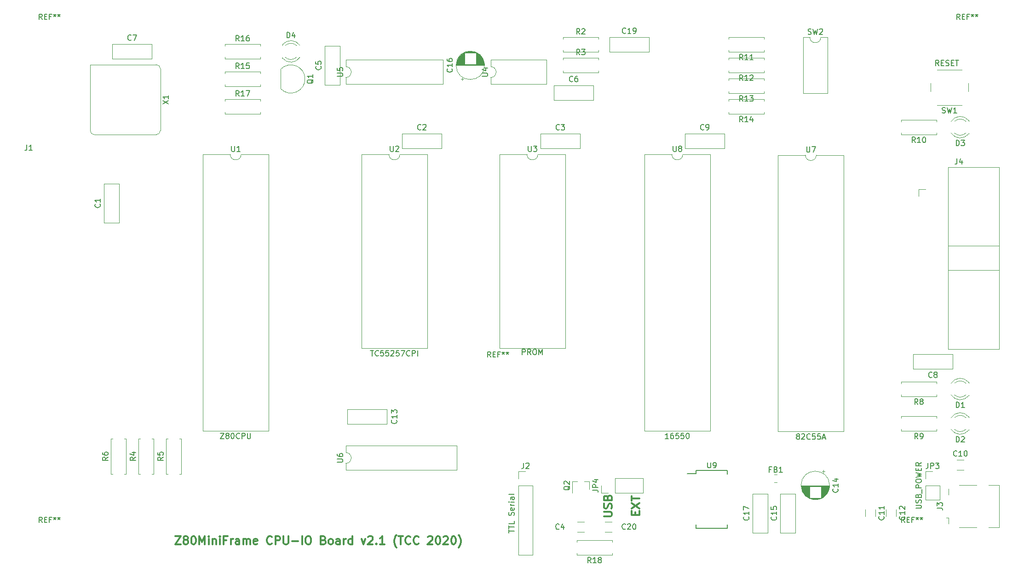
<source format=gbr>
G04 #@! TF.GenerationSoftware,KiCad,Pcbnew,(5.1.4)-1*
G04 #@! TF.CreationDate,2020-06-08T02:01:47+02:00*
G04 #@! TF.ProjectId,Z80Mini,5a38304d-696e-4692-9e6b-696361645f70,rev?*
G04 #@! TF.SameCoordinates,Original*
G04 #@! TF.FileFunction,Legend,Top*
G04 #@! TF.FilePolarity,Positive*
%FSLAX46Y46*%
G04 Gerber Fmt 4.6, Leading zero omitted, Abs format (unit mm)*
G04 Created by KiCad (PCBNEW (5.1.4)-1) date 2020-06-08 02:01:47*
%MOMM*%
%LPD*%
G04 APERTURE LIST*
%ADD10C,0.300000*%
%ADD11C,0.150000*%
%ADD12C,0.120000*%
G04 APERTURE END LIST*
D10*
X191662857Y-138767142D02*
X191662857Y-138267142D01*
X192448571Y-138052857D02*
X192448571Y-138767142D01*
X190948571Y-138767142D01*
X190948571Y-138052857D01*
X190948571Y-137552857D02*
X192448571Y-136552857D01*
X190948571Y-136552857D02*
X192448571Y-137552857D01*
X190948571Y-136195714D02*
X190948571Y-135338571D01*
X192448571Y-135767142D02*
X190948571Y-135767142D01*
X185868571Y-139052857D02*
X187082857Y-139052857D01*
X187225714Y-138981428D01*
X187297142Y-138910000D01*
X187368571Y-138767142D01*
X187368571Y-138481428D01*
X187297142Y-138338571D01*
X187225714Y-138267142D01*
X187082857Y-138195714D01*
X185868571Y-138195714D01*
X187297142Y-137552857D02*
X187368571Y-137338571D01*
X187368571Y-136981428D01*
X187297142Y-136838571D01*
X187225714Y-136767142D01*
X187082857Y-136695714D01*
X186940000Y-136695714D01*
X186797142Y-136767142D01*
X186725714Y-136838571D01*
X186654285Y-136981428D01*
X186582857Y-137267142D01*
X186511428Y-137410000D01*
X186440000Y-137481428D01*
X186297142Y-137552857D01*
X186154285Y-137552857D01*
X186011428Y-137481428D01*
X185940000Y-137410000D01*
X185868571Y-137267142D01*
X185868571Y-136910000D01*
X185940000Y-136695714D01*
X186582857Y-135552857D02*
X186654285Y-135338571D01*
X186725714Y-135267142D01*
X186868571Y-135195714D01*
X187082857Y-135195714D01*
X187225714Y-135267142D01*
X187297142Y-135338571D01*
X187368571Y-135481428D01*
X187368571Y-136052857D01*
X185868571Y-136052857D01*
X185868571Y-135552857D01*
X185940000Y-135410000D01*
X186011428Y-135338571D01*
X186154285Y-135267142D01*
X186297142Y-135267142D01*
X186440000Y-135338571D01*
X186511428Y-135410000D01*
X186582857Y-135552857D01*
X186582857Y-136052857D01*
D11*
X170862857Y-109227380D02*
X170862857Y-108227380D01*
X171243809Y-108227380D01*
X171339047Y-108275000D01*
X171386666Y-108322619D01*
X171434285Y-108417857D01*
X171434285Y-108560714D01*
X171386666Y-108655952D01*
X171339047Y-108703571D01*
X171243809Y-108751190D01*
X170862857Y-108751190D01*
X172434285Y-109227380D02*
X172100952Y-108751190D01*
X171862857Y-109227380D02*
X171862857Y-108227380D01*
X172243809Y-108227380D01*
X172339047Y-108275000D01*
X172386666Y-108322619D01*
X172434285Y-108417857D01*
X172434285Y-108560714D01*
X172386666Y-108655952D01*
X172339047Y-108703571D01*
X172243809Y-108751190D01*
X171862857Y-108751190D01*
X173053333Y-108227380D02*
X173243809Y-108227380D01*
X173339047Y-108275000D01*
X173434285Y-108370238D01*
X173481904Y-108560714D01*
X173481904Y-108894047D01*
X173434285Y-109084523D01*
X173339047Y-109179761D01*
X173243809Y-109227380D01*
X173053333Y-109227380D01*
X172958095Y-109179761D01*
X172862857Y-109084523D01*
X172815238Y-108894047D01*
X172815238Y-108560714D01*
X172862857Y-108370238D01*
X172958095Y-108275000D01*
X173053333Y-108227380D01*
X173910476Y-109227380D02*
X173910476Y-108227380D01*
X174243809Y-108941666D01*
X174577142Y-108227380D01*
X174577142Y-109227380D01*
D10*
X106992857Y-142688571D02*
X107992857Y-142688571D01*
X106992857Y-144188571D01*
X107992857Y-144188571D01*
X108778571Y-143331428D02*
X108635714Y-143260000D01*
X108564285Y-143188571D01*
X108492857Y-143045714D01*
X108492857Y-142974285D01*
X108564285Y-142831428D01*
X108635714Y-142760000D01*
X108778571Y-142688571D01*
X109064285Y-142688571D01*
X109207142Y-142760000D01*
X109278571Y-142831428D01*
X109350000Y-142974285D01*
X109350000Y-143045714D01*
X109278571Y-143188571D01*
X109207142Y-143260000D01*
X109064285Y-143331428D01*
X108778571Y-143331428D01*
X108635714Y-143402857D01*
X108564285Y-143474285D01*
X108492857Y-143617142D01*
X108492857Y-143902857D01*
X108564285Y-144045714D01*
X108635714Y-144117142D01*
X108778571Y-144188571D01*
X109064285Y-144188571D01*
X109207142Y-144117142D01*
X109278571Y-144045714D01*
X109350000Y-143902857D01*
X109350000Y-143617142D01*
X109278571Y-143474285D01*
X109207142Y-143402857D01*
X109064285Y-143331428D01*
X110278571Y-142688571D02*
X110421428Y-142688571D01*
X110564285Y-142760000D01*
X110635714Y-142831428D01*
X110707142Y-142974285D01*
X110778571Y-143260000D01*
X110778571Y-143617142D01*
X110707142Y-143902857D01*
X110635714Y-144045714D01*
X110564285Y-144117142D01*
X110421428Y-144188571D01*
X110278571Y-144188571D01*
X110135714Y-144117142D01*
X110064285Y-144045714D01*
X109992857Y-143902857D01*
X109921428Y-143617142D01*
X109921428Y-143260000D01*
X109992857Y-142974285D01*
X110064285Y-142831428D01*
X110135714Y-142760000D01*
X110278571Y-142688571D01*
X111421428Y-144188571D02*
X111421428Y-142688571D01*
X111921428Y-143760000D01*
X112421428Y-142688571D01*
X112421428Y-144188571D01*
X113135714Y-144188571D02*
X113135714Y-143188571D01*
X113135714Y-142688571D02*
X113064285Y-142760000D01*
X113135714Y-142831428D01*
X113207142Y-142760000D01*
X113135714Y-142688571D01*
X113135714Y-142831428D01*
X113850000Y-143188571D02*
X113850000Y-144188571D01*
X113850000Y-143331428D02*
X113921428Y-143260000D01*
X114064285Y-143188571D01*
X114278571Y-143188571D01*
X114421428Y-143260000D01*
X114492857Y-143402857D01*
X114492857Y-144188571D01*
X115207142Y-144188571D02*
X115207142Y-143188571D01*
X115207142Y-142688571D02*
X115135714Y-142760000D01*
X115207142Y-142831428D01*
X115278571Y-142760000D01*
X115207142Y-142688571D01*
X115207142Y-142831428D01*
X116421428Y-143402857D02*
X115921428Y-143402857D01*
X115921428Y-144188571D02*
X115921428Y-142688571D01*
X116635714Y-142688571D01*
X117207142Y-144188571D02*
X117207142Y-143188571D01*
X117207142Y-143474285D02*
X117278571Y-143331428D01*
X117350000Y-143260000D01*
X117492857Y-143188571D01*
X117635714Y-143188571D01*
X118778571Y-144188571D02*
X118778571Y-143402857D01*
X118707142Y-143260000D01*
X118564285Y-143188571D01*
X118278571Y-143188571D01*
X118135714Y-143260000D01*
X118778571Y-144117142D02*
X118635714Y-144188571D01*
X118278571Y-144188571D01*
X118135714Y-144117142D01*
X118064285Y-143974285D01*
X118064285Y-143831428D01*
X118135714Y-143688571D01*
X118278571Y-143617142D01*
X118635714Y-143617142D01*
X118778571Y-143545714D01*
X119492857Y-144188571D02*
X119492857Y-143188571D01*
X119492857Y-143331428D02*
X119564285Y-143260000D01*
X119707142Y-143188571D01*
X119921428Y-143188571D01*
X120064285Y-143260000D01*
X120135714Y-143402857D01*
X120135714Y-144188571D01*
X120135714Y-143402857D02*
X120207142Y-143260000D01*
X120350000Y-143188571D01*
X120564285Y-143188571D01*
X120707142Y-143260000D01*
X120778571Y-143402857D01*
X120778571Y-144188571D01*
X122064285Y-144117142D02*
X121921428Y-144188571D01*
X121635714Y-144188571D01*
X121492857Y-144117142D01*
X121421428Y-143974285D01*
X121421428Y-143402857D01*
X121492857Y-143260000D01*
X121635714Y-143188571D01*
X121921428Y-143188571D01*
X122064285Y-143260000D01*
X122135714Y-143402857D01*
X122135714Y-143545714D01*
X121421428Y-143688571D01*
X124778571Y-144045714D02*
X124707142Y-144117142D01*
X124492857Y-144188571D01*
X124350000Y-144188571D01*
X124135714Y-144117142D01*
X123992857Y-143974285D01*
X123921428Y-143831428D01*
X123850000Y-143545714D01*
X123850000Y-143331428D01*
X123921428Y-143045714D01*
X123992857Y-142902857D01*
X124135714Y-142760000D01*
X124350000Y-142688571D01*
X124492857Y-142688571D01*
X124707142Y-142760000D01*
X124778571Y-142831428D01*
X125421428Y-144188571D02*
X125421428Y-142688571D01*
X125992857Y-142688571D01*
X126135714Y-142760000D01*
X126207142Y-142831428D01*
X126278571Y-142974285D01*
X126278571Y-143188571D01*
X126207142Y-143331428D01*
X126135714Y-143402857D01*
X125992857Y-143474285D01*
X125421428Y-143474285D01*
X126921428Y-142688571D02*
X126921428Y-143902857D01*
X126992857Y-144045714D01*
X127064285Y-144117142D01*
X127207142Y-144188571D01*
X127492857Y-144188571D01*
X127635714Y-144117142D01*
X127707142Y-144045714D01*
X127778571Y-143902857D01*
X127778571Y-142688571D01*
X128492857Y-143617142D02*
X129635714Y-143617142D01*
X130350000Y-144188571D02*
X130350000Y-142688571D01*
X131350000Y-142688571D02*
X131635714Y-142688571D01*
X131778571Y-142760000D01*
X131921428Y-142902857D01*
X131992857Y-143188571D01*
X131992857Y-143688571D01*
X131921428Y-143974285D01*
X131778571Y-144117142D01*
X131635714Y-144188571D01*
X131350000Y-144188571D01*
X131207142Y-144117142D01*
X131064285Y-143974285D01*
X130992857Y-143688571D01*
X130992857Y-143188571D01*
X131064285Y-142902857D01*
X131207142Y-142760000D01*
X131350000Y-142688571D01*
X134278571Y-143402857D02*
X134492857Y-143474285D01*
X134564285Y-143545714D01*
X134635714Y-143688571D01*
X134635714Y-143902857D01*
X134564285Y-144045714D01*
X134492857Y-144117142D01*
X134350000Y-144188571D01*
X133778571Y-144188571D01*
X133778571Y-142688571D01*
X134278571Y-142688571D01*
X134421428Y-142760000D01*
X134492857Y-142831428D01*
X134564285Y-142974285D01*
X134564285Y-143117142D01*
X134492857Y-143260000D01*
X134421428Y-143331428D01*
X134278571Y-143402857D01*
X133778571Y-143402857D01*
X135492857Y-144188571D02*
X135350000Y-144117142D01*
X135278571Y-144045714D01*
X135207142Y-143902857D01*
X135207142Y-143474285D01*
X135278571Y-143331428D01*
X135350000Y-143260000D01*
X135492857Y-143188571D01*
X135707142Y-143188571D01*
X135850000Y-143260000D01*
X135921428Y-143331428D01*
X135992857Y-143474285D01*
X135992857Y-143902857D01*
X135921428Y-144045714D01*
X135850000Y-144117142D01*
X135707142Y-144188571D01*
X135492857Y-144188571D01*
X137278571Y-144188571D02*
X137278571Y-143402857D01*
X137207142Y-143260000D01*
X137064285Y-143188571D01*
X136778571Y-143188571D01*
X136635714Y-143260000D01*
X137278571Y-144117142D02*
X137135714Y-144188571D01*
X136778571Y-144188571D01*
X136635714Y-144117142D01*
X136564285Y-143974285D01*
X136564285Y-143831428D01*
X136635714Y-143688571D01*
X136778571Y-143617142D01*
X137135714Y-143617142D01*
X137278571Y-143545714D01*
X137992857Y-144188571D02*
X137992857Y-143188571D01*
X137992857Y-143474285D02*
X138064285Y-143331428D01*
X138135714Y-143260000D01*
X138278571Y-143188571D01*
X138421428Y-143188571D01*
X139564285Y-144188571D02*
X139564285Y-142688571D01*
X139564285Y-144117142D02*
X139421428Y-144188571D01*
X139135714Y-144188571D01*
X138992857Y-144117142D01*
X138921428Y-144045714D01*
X138850000Y-143902857D01*
X138850000Y-143474285D01*
X138921428Y-143331428D01*
X138992857Y-143260000D01*
X139135714Y-143188571D01*
X139421428Y-143188571D01*
X139564285Y-143260000D01*
X141278571Y-143188571D02*
X141635714Y-144188571D01*
X141992857Y-143188571D01*
X142492857Y-142831428D02*
X142564285Y-142760000D01*
X142707142Y-142688571D01*
X143064285Y-142688571D01*
X143207142Y-142760000D01*
X143278571Y-142831428D01*
X143350000Y-142974285D01*
X143350000Y-143117142D01*
X143278571Y-143331428D01*
X142421428Y-144188571D01*
X143350000Y-144188571D01*
X143992857Y-144045714D02*
X144064285Y-144117142D01*
X143992857Y-144188571D01*
X143921428Y-144117142D01*
X143992857Y-144045714D01*
X143992857Y-144188571D01*
X145492857Y-144188571D02*
X144635714Y-144188571D01*
X145064285Y-144188571D02*
X145064285Y-142688571D01*
X144921428Y-142902857D01*
X144778571Y-143045714D01*
X144635714Y-143117142D01*
X147707142Y-144760000D02*
X147635714Y-144688571D01*
X147492857Y-144474285D01*
X147421428Y-144331428D01*
X147350000Y-144117142D01*
X147278571Y-143760000D01*
X147278571Y-143474285D01*
X147350000Y-143117142D01*
X147421428Y-142902857D01*
X147492857Y-142760000D01*
X147635714Y-142545714D01*
X147707142Y-142474285D01*
X148064285Y-142688571D02*
X148921428Y-142688571D01*
X148492857Y-144188571D02*
X148492857Y-142688571D01*
X150278571Y-144045714D02*
X150207142Y-144117142D01*
X149992857Y-144188571D01*
X149850000Y-144188571D01*
X149635714Y-144117142D01*
X149492857Y-143974285D01*
X149421428Y-143831428D01*
X149350000Y-143545714D01*
X149350000Y-143331428D01*
X149421428Y-143045714D01*
X149492857Y-142902857D01*
X149635714Y-142760000D01*
X149850000Y-142688571D01*
X149992857Y-142688571D01*
X150207142Y-142760000D01*
X150278571Y-142831428D01*
X151778571Y-144045714D02*
X151707142Y-144117142D01*
X151492857Y-144188571D01*
X151350000Y-144188571D01*
X151135714Y-144117142D01*
X150992857Y-143974285D01*
X150921428Y-143831428D01*
X150850000Y-143545714D01*
X150850000Y-143331428D01*
X150921428Y-143045714D01*
X150992857Y-142902857D01*
X151135714Y-142760000D01*
X151350000Y-142688571D01*
X151492857Y-142688571D01*
X151707142Y-142760000D01*
X151778571Y-142831428D01*
X153492857Y-142831428D02*
X153564285Y-142760000D01*
X153707142Y-142688571D01*
X154064285Y-142688571D01*
X154207142Y-142760000D01*
X154278571Y-142831428D01*
X154350000Y-142974285D01*
X154350000Y-143117142D01*
X154278571Y-143331428D01*
X153421428Y-144188571D01*
X154350000Y-144188571D01*
X155278571Y-142688571D02*
X155421428Y-142688571D01*
X155564285Y-142760000D01*
X155635714Y-142831428D01*
X155707142Y-142974285D01*
X155778571Y-143260000D01*
X155778571Y-143617142D01*
X155707142Y-143902857D01*
X155635714Y-144045714D01*
X155564285Y-144117142D01*
X155421428Y-144188571D01*
X155278571Y-144188571D01*
X155135714Y-144117142D01*
X155064285Y-144045714D01*
X154992857Y-143902857D01*
X154921428Y-143617142D01*
X154921428Y-143260000D01*
X154992857Y-142974285D01*
X155064285Y-142831428D01*
X155135714Y-142760000D01*
X155278571Y-142688571D01*
X156350000Y-142831428D02*
X156421428Y-142760000D01*
X156564285Y-142688571D01*
X156921428Y-142688571D01*
X157064285Y-142760000D01*
X157135714Y-142831428D01*
X157207142Y-142974285D01*
X157207142Y-143117142D01*
X157135714Y-143331428D01*
X156278571Y-144188571D01*
X157207142Y-144188571D01*
X158135714Y-142688571D02*
X158278571Y-142688571D01*
X158421428Y-142760000D01*
X158492857Y-142831428D01*
X158564285Y-142974285D01*
X158635714Y-143260000D01*
X158635714Y-143617142D01*
X158564285Y-143902857D01*
X158492857Y-144045714D01*
X158421428Y-144117142D01*
X158278571Y-144188571D01*
X158135714Y-144188571D01*
X157992857Y-144117142D01*
X157921428Y-144045714D01*
X157850000Y-143902857D01*
X157778571Y-143617142D01*
X157778571Y-143260000D01*
X157850000Y-142974285D01*
X157921428Y-142831428D01*
X157992857Y-142760000D01*
X158135714Y-142688571D01*
X159135714Y-144760000D02*
X159207142Y-144688571D01*
X159349999Y-144474285D01*
X159421428Y-144331428D01*
X159492857Y-144117142D01*
X159564285Y-143760000D01*
X159564285Y-143474285D01*
X159492857Y-143117142D01*
X159421428Y-142902857D01*
X159349999Y-142760000D01*
X159207142Y-142545714D01*
X159135714Y-142474285D01*
D12*
X153380000Y-72330000D02*
X148320000Y-72330000D01*
X153380000Y-108010000D02*
X153380000Y-72330000D01*
X141260000Y-108010000D02*
X153380000Y-108010000D01*
X141260000Y-72330000D02*
X141260000Y-108010000D01*
X146320000Y-72330000D02*
X141260000Y-72330000D01*
X148320000Y-72330000D02*
G75*
G02X146320000Y-72330000I-1000000J0D01*
G01*
X185360000Y-134680000D02*
X185360000Y-133350000D01*
X186690000Y-134680000D02*
X185360000Y-134680000D01*
X187960000Y-134680000D02*
X187960000Y-132020000D01*
X187960000Y-132020000D02*
X193100000Y-132020000D01*
X187960000Y-134680000D02*
X193100000Y-134680000D01*
X193100000Y-134680000D02*
X193100000Y-132020000D01*
X245050000Y-130750000D02*
X246380000Y-130750000D01*
X245050000Y-132080000D02*
X245050000Y-130750000D01*
X245050000Y-133350000D02*
X247710000Y-133350000D01*
X247710000Y-133350000D02*
X247710000Y-135950000D01*
X245050000Y-133350000D02*
X245050000Y-135950000D01*
X245050000Y-135950000D02*
X247710000Y-135950000D01*
X170120000Y-130750000D02*
X171450000Y-130750000D01*
X170120000Y-132080000D02*
X170120000Y-130750000D01*
X170120000Y-133350000D02*
X172780000Y-133350000D01*
X172780000Y-133350000D02*
X172780000Y-146110000D01*
X170120000Y-133350000D02*
X170120000Y-146110000D01*
X170120000Y-146110000D02*
X172780000Y-146110000D01*
X138660000Y-122020000D02*
X138660000Y-119280000D01*
X145900000Y-122020000D02*
X145900000Y-119280000D01*
X145900000Y-119280000D02*
X138660000Y-119280000D01*
X145900000Y-122020000D02*
X138660000Y-122020000D01*
X249240000Y-89190000D02*
X258590000Y-89190000D01*
X249240000Y-108220000D02*
X249240000Y-74660000D01*
X249240000Y-108220000D02*
X258590000Y-108220000D01*
X249240000Y-93690000D02*
X258590000Y-93690000D01*
X249240000Y-74660000D02*
X258590000Y-74660000D01*
X258590000Y-74660000D02*
X258590000Y-108220000D01*
X245110000Y-78740000D02*
X243840000Y-78740000D01*
X243840000Y-78740000D02*
X243840000Y-80010000D01*
X226515000Y-130775225D02*
X226015000Y-130775225D01*
X226265000Y-130525225D02*
X226265000Y-131025225D01*
X225074000Y-135931000D02*
X224506000Y-135931000D01*
X225308000Y-135891000D02*
X224272000Y-135891000D01*
X225467000Y-135851000D02*
X224113000Y-135851000D01*
X225595000Y-135811000D02*
X223985000Y-135811000D01*
X225705000Y-135771000D02*
X223875000Y-135771000D01*
X225801000Y-135731000D02*
X223779000Y-135731000D01*
X225888000Y-135691000D02*
X223692000Y-135691000D01*
X225968000Y-135651000D02*
X223612000Y-135651000D01*
X223750000Y-135611000D02*
X223539000Y-135611000D01*
X226041000Y-135611000D02*
X225830000Y-135611000D01*
X223750000Y-135571000D02*
X223471000Y-135571000D01*
X226109000Y-135571000D02*
X225830000Y-135571000D01*
X223750000Y-135531000D02*
X223407000Y-135531000D01*
X226173000Y-135531000D02*
X225830000Y-135531000D01*
X223750000Y-135491000D02*
X223347000Y-135491000D01*
X226233000Y-135491000D02*
X225830000Y-135491000D01*
X223750000Y-135451000D02*
X223290000Y-135451000D01*
X226290000Y-135451000D02*
X225830000Y-135451000D01*
X223750000Y-135411000D02*
X223236000Y-135411000D01*
X226344000Y-135411000D02*
X225830000Y-135411000D01*
X223750000Y-135371000D02*
X223185000Y-135371000D01*
X226395000Y-135371000D02*
X225830000Y-135371000D01*
X223750000Y-135331000D02*
X223137000Y-135331000D01*
X226443000Y-135331000D02*
X225830000Y-135331000D01*
X223750000Y-135291000D02*
X223091000Y-135291000D01*
X226489000Y-135291000D02*
X225830000Y-135291000D01*
X223750000Y-135251000D02*
X223047000Y-135251000D01*
X226533000Y-135251000D02*
X225830000Y-135251000D01*
X223750000Y-135211000D02*
X223005000Y-135211000D01*
X226575000Y-135211000D02*
X225830000Y-135211000D01*
X223750000Y-135171000D02*
X222964000Y-135171000D01*
X226616000Y-135171000D02*
X225830000Y-135171000D01*
X223750000Y-135131000D02*
X222926000Y-135131000D01*
X226654000Y-135131000D02*
X225830000Y-135131000D01*
X223750000Y-135091000D02*
X222889000Y-135091000D01*
X226691000Y-135091000D02*
X225830000Y-135091000D01*
X223750000Y-135051000D02*
X222853000Y-135051000D01*
X226727000Y-135051000D02*
X225830000Y-135051000D01*
X223750000Y-135011000D02*
X222819000Y-135011000D01*
X226761000Y-135011000D02*
X225830000Y-135011000D01*
X223750000Y-134971000D02*
X222786000Y-134971000D01*
X226794000Y-134971000D02*
X225830000Y-134971000D01*
X223750000Y-134931000D02*
X222755000Y-134931000D01*
X226825000Y-134931000D02*
X225830000Y-134931000D01*
X223750000Y-134891000D02*
X222725000Y-134891000D01*
X226855000Y-134891000D02*
X225830000Y-134891000D01*
X223750000Y-134851000D02*
X222695000Y-134851000D01*
X226885000Y-134851000D02*
X225830000Y-134851000D01*
X223750000Y-134811000D02*
X222668000Y-134811000D01*
X226912000Y-134811000D02*
X225830000Y-134811000D01*
X223750000Y-134771000D02*
X222641000Y-134771000D01*
X226939000Y-134771000D02*
X225830000Y-134771000D01*
X223750000Y-134731000D02*
X222615000Y-134731000D01*
X226965000Y-134731000D02*
X225830000Y-134731000D01*
X223750000Y-134691000D02*
X222590000Y-134691000D01*
X226990000Y-134691000D02*
X225830000Y-134691000D01*
X223750000Y-134651000D02*
X222566000Y-134651000D01*
X227014000Y-134651000D02*
X225830000Y-134651000D01*
X223750000Y-134611000D02*
X222543000Y-134611000D01*
X227037000Y-134611000D02*
X225830000Y-134611000D01*
X223750000Y-134571000D02*
X222522000Y-134571000D01*
X227058000Y-134571000D02*
X225830000Y-134571000D01*
X223750000Y-134531000D02*
X222500000Y-134531000D01*
X227080000Y-134531000D02*
X225830000Y-134531000D01*
X223750000Y-134491000D02*
X222480000Y-134491000D01*
X227100000Y-134491000D02*
X225830000Y-134491000D01*
X223750000Y-134451000D02*
X222461000Y-134451000D01*
X227119000Y-134451000D02*
X225830000Y-134451000D01*
X223750000Y-134411000D02*
X222442000Y-134411000D01*
X227138000Y-134411000D02*
X225830000Y-134411000D01*
X223750000Y-134371000D02*
X222425000Y-134371000D01*
X227155000Y-134371000D02*
X225830000Y-134371000D01*
X223750000Y-134331000D02*
X222408000Y-134331000D01*
X227172000Y-134331000D02*
X225830000Y-134331000D01*
X223750000Y-134291000D02*
X222392000Y-134291000D01*
X227188000Y-134291000D02*
X225830000Y-134291000D01*
X223750000Y-134251000D02*
X222376000Y-134251000D01*
X227204000Y-134251000D02*
X225830000Y-134251000D01*
X223750000Y-134211000D02*
X222362000Y-134211000D01*
X227218000Y-134211000D02*
X225830000Y-134211000D01*
X223750000Y-134171000D02*
X222348000Y-134171000D01*
X227232000Y-134171000D02*
X225830000Y-134171000D01*
X223750000Y-134131000D02*
X222335000Y-134131000D01*
X227245000Y-134131000D02*
X225830000Y-134131000D01*
X223750000Y-134091000D02*
X222322000Y-134091000D01*
X227258000Y-134091000D02*
X225830000Y-134091000D01*
X223750000Y-134051000D02*
X222310000Y-134051000D01*
X227270000Y-134051000D02*
X225830000Y-134051000D01*
X223750000Y-134010000D02*
X222299000Y-134010000D01*
X227281000Y-134010000D02*
X225830000Y-134010000D01*
X223750000Y-133970000D02*
X222289000Y-133970000D01*
X227291000Y-133970000D02*
X225830000Y-133970000D01*
X223750000Y-133930000D02*
X222279000Y-133930000D01*
X227301000Y-133930000D02*
X225830000Y-133930000D01*
X223750000Y-133890000D02*
X222270000Y-133890000D01*
X227310000Y-133890000D02*
X225830000Y-133890000D01*
X223750000Y-133850000D02*
X222262000Y-133850000D01*
X227318000Y-133850000D02*
X225830000Y-133850000D01*
X223750000Y-133810000D02*
X222254000Y-133810000D01*
X227326000Y-133810000D02*
X225830000Y-133810000D01*
X223750000Y-133770000D02*
X222247000Y-133770000D01*
X227333000Y-133770000D02*
X225830000Y-133770000D01*
X223750000Y-133730000D02*
X222240000Y-133730000D01*
X227340000Y-133730000D02*
X225830000Y-133730000D01*
X223750000Y-133690000D02*
X222234000Y-133690000D01*
X227346000Y-133690000D02*
X225830000Y-133690000D01*
X223750000Y-133650000D02*
X222229000Y-133650000D01*
X227351000Y-133650000D02*
X225830000Y-133650000D01*
X223750000Y-133610000D02*
X222225000Y-133610000D01*
X227355000Y-133610000D02*
X225830000Y-133610000D01*
X223750000Y-133570000D02*
X222221000Y-133570000D01*
X227359000Y-133570000D02*
X225830000Y-133570000D01*
X227363000Y-133530000D02*
X222217000Y-133530000D01*
X227366000Y-133490000D02*
X222214000Y-133490000D01*
X227368000Y-133450000D02*
X222212000Y-133450000D01*
X227369000Y-133410000D02*
X222211000Y-133410000D01*
X227370000Y-133370000D02*
X222210000Y-133370000D01*
X227370000Y-133330000D02*
X222210000Y-133330000D01*
X227410000Y-133330000D02*
G75*
G03X227410000Y-133330000I-2620000J0D01*
G01*
X138370000Y-126020000D02*
X138370000Y-127270000D01*
X158810000Y-126020000D02*
X138370000Y-126020000D01*
X158810000Y-130520000D02*
X158810000Y-126020000D01*
X138370000Y-130520000D02*
X158810000Y-130520000D01*
X138370000Y-129270000D02*
X138370000Y-130520000D01*
X138370000Y-127270000D02*
G75*
G02X138370000Y-129270000I0J-1000000D01*
G01*
D11*
X202865000Y-131140000D02*
X201265000Y-131140000D01*
X202865000Y-141215000D02*
X208615000Y-141215000D01*
X202865000Y-130565000D02*
X208615000Y-130565000D01*
X202865000Y-141215000D02*
X202865000Y-140565000D01*
X208615000Y-141215000D02*
X208615000Y-140565000D01*
X208615000Y-130565000D02*
X208615000Y-131215000D01*
X202865000Y-130565000D02*
X202865000Y-131140000D01*
D12*
X183190000Y-132590000D02*
X183190000Y-134050000D01*
X180030000Y-132590000D02*
X180030000Y-134750000D01*
X180030000Y-132590000D02*
X180960000Y-132590000D01*
X183190000Y-132590000D02*
X182260000Y-132590000D01*
X159565000Y-58454775D02*
X160065000Y-58454775D01*
X159815000Y-58704775D02*
X159815000Y-58204775D01*
X161006000Y-53299000D02*
X161574000Y-53299000D01*
X160772000Y-53339000D02*
X161808000Y-53339000D01*
X160613000Y-53379000D02*
X161967000Y-53379000D01*
X160485000Y-53419000D02*
X162095000Y-53419000D01*
X160375000Y-53459000D02*
X162205000Y-53459000D01*
X160279000Y-53499000D02*
X162301000Y-53499000D01*
X160192000Y-53539000D02*
X162388000Y-53539000D01*
X160112000Y-53579000D02*
X162468000Y-53579000D01*
X162330000Y-53619000D02*
X162541000Y-53619000D01*
X160039000Y-53619000D02*
X160250000Y-53619000D01*
X162330000Y-53659000D02*
X162609000Y-53659000D01*
X159971000Y-53659000D02*
X160250000Y-53659000D01*
X162330000Y-53699000D02*
X162673000Y-53699000D01*
X159907000Y-53699000D02*
X160250000Y-53699000D01*
X162330000Y-53739000D02*
X162733000Y-53739000D01*
X159847000Y-53739000D02*
X160250000Y-53739000D01*
X162330000Y-53779000D02*
X162790000Y-53779000D01*
X159790000Y-53779000D02*
X160250000Y-53779000D01*
X162330000Y-53819000D02*
X162844000Y-53819000D01*
X159736000Y-53819000D02*
X160250000Y-53819000D01*
X162330000Y-53859000D02*
X162895000Y-53859000D01*
X159685000Y-53859000D02*
X160250000Y-53859000D01*
X162330000Y-53899000D02*
X162943000Y-53899000D01*
X159637000Y-53899000D02*
X160250000Y-53899000D01*
X162330000Y-53939000D02*
X162989000Y-53939000D01*
X159591000Y-53939000D02*
X160250000Y-53939000D01*
X162330000Y-53979000D02*
X163033000Y-53979000D01*
X159547000Y-53979000D02*
X160250000Y-53979000D01*
X162330000Y-54019000D02*
X163075000Y-54019000D01*
X159505000Y-54019000D02*
X160250000Y-54019000D01*
X162330000Y-54059000D02*
X163116000Y-54059000D01*
X159464000Y-54059000D02*
X160250000Y-54059000D01*
X162330000Y-54099000D02*
X163154000Y-54099000D01*
X159426000Y-54099000D02*
X160250000Y-54099000D01*
X162330000Y-54139000D02*
X163191000Y-54139000D01*
X159389000Y-54139000D02*
X160250000Y-54139000D01*
X162330000Y-54179000D02*
X163227000Y-54179000D01*
X159353000Y-54179000D02*
X160250000Y-54179000D01*
X162330000Y-54219000D02*
X163261000Y-54219000D01*
X159319000Y-54219000D02*
X160250000Y-54219000D01*
X162330000Y-54259000D02*
X163294000Y-54259000D01*
X159286000Y-54259000D02*
X160250000Y-54259000D01*
X162330000Y-54299000D02*
X163325000Y-54299000D01*
X159255000Y-54299000D02*
X160250000Y-54299000D01*
X162330000Y-54339000D02*
X163355000Y-54339000D01*
X159225000Y-54339000D02*
X160250000Y-54339000D01*
X162330000Y-54379000D02*
X163385000Y-54379000D01*
X159195000Y-54379000D02*
X160250000Y-54379000D01*
X162330000Y-54419000D02*
X163412000Y-54419000D01*
X159168000Y-54419000D02*
X160250000Y-54419000D01*
X162330000Y-54459000D02*
X163439000Y-54459000D01*
X159141000Y-54459000D02*
X160250000Y-54459000D01*
X162330000Y-54499000D02*
X163465000Y-54499000D01*
X159115000Y-54499000D02*
X160250000Y-54499000D01*
X162330000Y-54539000D02*
X163490000Y-54539000D01*
X159090000Y-54539000D02*
X160250000Y-54539000D01*
X162330000Y-54579000D02*
X163514000Y-54579000D01*
X159066000Y-54579000D02*
X160250000Y-54579000D01*
X162330000Y-54619000D02*
X163537000Y-54619000D01*
X159043000Y-54619000D02*
X160250000Y-54619000D01*
X162330000Y-54659000D02*
X163558000Y-54659000D01*
X159022000Y-54659000D02*
X160250000Y-54659000D01*
X162330000Y-54699000D02*
X163580000Y-54699000D01*
X159000000Y-54699000D02*
X160250000Y-54699000D01*
X162330000Y-54739000D02*
X163600000Y-54739000D01*
X158980000Y-54739000D02*
X160250000Y-54739000D01*
X162330000Y-54779000D02*
X163619000Y-54779000D01*
X158961000Y-54779000D02*
X160250000Y-54779000D01*
X162330000Y-54819000D02*
X163638000Y-54819000D01*
X158942000Y-54819000D02*
X160250000Y-54819000D01*
X162330000Y-54859000D02*
X163655000Y-54859000D01*
X158925000Y-54859000D02*
X160250000Y-54859000D01*
X162330000Y-54899000D02*
X163672000Y-54899000D01*
X158908000Y-54899000D02*
X160250000Y-54899000D01*
X162330000Y-54939000D02*
X163688000Y-54939000D01*
X158892000Y-54939000D02*
X160250000Y-54939000D01*
X162330000Y-54979000D02*
X163704000Y-54979000D01*
X158876000Y-54979000D02*
X160250000Y-54979000D01*
X162330000Y-55019000D02*
X163718000Y-55019000D01*
X158862000Y-55019000D02*
X160250000Y-55019000D01*
X162330000Y-55059000D02*
X163732000Y-55059000D01*
X158848000Y-55059000D02*
X160250000Y-55059000D01*
X162330000Y-55099000D02*
X163745000Y-55099000D01*
X158835000Y-55099000D02*
X160250000Y-55099000D01*
X162330000Y-55139000D02*
X163758000Y-55139000D01*
X158822000Y-55139000D02*
X160250000Y-55139000D01*
X162330000Y-55179000D02*
X163770000Y-55179000D01*
X158810000Y-55179000D02*
X160250000Y-55179000D01*
X162330000Y-55220000D02*
X163781000Y-55220000D01*
X158799000Y-55220000D02*
X160250000Y-55220000D01*
X162330000Y-55260000D02*
X163791000Y-55260000D01*
X158789000Y-55260000D02*
X160250000Y-55260000D01*
X162330000Y-55300000D02*
X163801000Y-55300000D01*
X158779000Y-55300000D02*
X160250000Y-55300000D01*
X162330000Y-55340000D02*
X163810000Y-55340000D01*
X158770000Y-55340000D02*
X160250000Y-55340000D01*
X162330000Y-55380000D02*
X163818000Y-55380000D01*
X158762000Y-55380000D02*
X160250000Y-55380000D01*
X162330000Y-55420000D02*
X163826000Y-55420000D01*
X158754000Y-55420000D02*
X160250000Y-55420000D01*
X162330000Y-55460000D02*
X163833000Y-55460000D01*
X158747000Y-55460000D02*
X160250000Y-55460000D01*
X162330000Y-55500000D02*
X163840000Y-55500000D01*
X158740000Y-55500000D02*
X160250000Y-55500000D01*
X162330000Y-55540000D02*
X163846000Y-55540000D01*
X158734000Y-55540000D02*
X160250000Y-55540000D01*
X162330000Y-55580000D02*
X163851000Y-55580000D01*
X158729000Y-55580000D02*
X160250000Y-55580000D01*
X162330000Y-55620000D02*
X163855000Y-55620000D01*
X158725000Y-55620000D02*
X160250000Y-55620000D01*
X162330000Y-55660000D02*
X163859000Y-55660000D01*
X158721000Y-55660000D02*
X160250000Y-55660000D01*
X158717000Y-55700000D02*
X163863000Y-55700000D01*
X158714000Y-55740000D02*
X163866000Y-55740000D01*
X158712000Y-55780000D02*
X163868000Y-55780000D01*
X158711000Y-55820000D02*
X163869000Y-55820000D01*
X158710000Y-55860000D02*
X163870000Y-55860000D01*
X158710000Y-55900000D02*
X163870000Y-55900000D01*
X163910000Y-55900000D02*
G75*
G03X163910000Y-55900000I-2620000J0D01*
G01*
X213260000Y-134850000D02*
X216000000Y-134850000D01*
X213260000Y-142090000D02*
X216000000Y-142090000D01*
X216000000Y-142090000D02*
X216000000Y-134850000D01*
X213260000Y-142090000D02*
X213260000Y-134850000D01*
X180880000Y-143410000D02*
X180880000Y-143740000D01*
X187420000Y-143410000D02*
X180880000Y-143410000D01*
X187420000Y-143740000D02*
X187420000Y-143410000D01*
X180880000Y-146150000D02*
X180880000Y-145820000D01*
X187420000Y-146150000D02*
X180880000Y-146150000D01*
X187420000Y-145820000D02*
X187420000Y-146150000D01*
X187339000Y-140050000D02*
X186081000Y-140050000D01*
X187339000Y-141890000D02*
X186081000Y-141890000D01*
X180961000Y-141890000D02*
X182219000Y-141890000D01*
X180961000Y-140050000D02*
X182219000Y-140050000D01*
X165040000Y-54900000D02*
X165040000Y-56150000D01*
X175320000Y-54900000D02*
X165040000Y-54900000D01*
X175320000Y-59400000D02*
X175320000Y-54900000D01*
X165040000Y-59400000D02*
X175320000Y-59400000D01*
X165040000Y-58150000D02*
X165040000Y-59400000D01*
X165040000Y-56150000D02*
G75*
G02X165040000Y-58150000I0J-1000000D01*
G01*
X122650000Y-64870000D02*
X122650000Y-64540000D01*
X116110000Y-64870000D02*
X122650000Y-64870000D01*
X116110000Y-64540000D02*
X116110000Y-64870000D01*
X122650000Y-62130000D02*
X122650000Y-62460000D01*
X116110000Y-62130000D02*
X122650000Y-62130000D01*
X116110000Y-62460000D02*
X116110000Y-62130000D01*
X122650000Y-54710000D02*
X122650000Y-54380000D01*
X116110000Y-54710000D02*
X122650000Y-54710000D01*
X116110000Y-54380000D02*
X116110000Y-54710000D01*
X122650000Y-51970000D02*
X122650000Y-52300000D01*
X116110000Y-51970000D02*
X122650000Y-51970000D01*
X116110000Y-52300000D02*
X116110000Y-51970000D01*
X122650000Y-59790000D02*
X122650000Y-59460000D01*
X116110000Y-59790000D02*
X122650000Y-59790000D01*
X116110000Y-59460000D02*
X116110000Y-59790000D01*
X122650000Y-57050000D02*
X122650000Y-57380000D01*
X116110000Y-57050000D02*
X122650000Y-57050000D01*
X116110000Y-57380000D02*
X116110000Y-57050000D01*
X126431522Y-60258478D02*
G75*
G03X130870000Y-58420000I1838478J1838478D01*
G01*
X126431522Y-56581522D02*
G75*
G02X130870000Y-58420000I1838478J-1838478D01*
G01*
X126420000Y-56620000D02*
X126420000Y-60220000D01*
X126710000Y-54420000D02*
X126710000Y-54576000D01*
X126710000Y-52104000D02*
X126710000Y-52260000D01*
X129311130Y-54419837D02*
G75*
G02X127229039Y-54420000I-1041130J1079837D01*
G01*
X129311130Y-52260163D02*
G75*
G03X127229039Y-52260000I-1041130J-1079837D01*
G01*
X129942335Y-54418608D02*
G75*
G02X126710000Y-54575516I-1672335J1078608D01*
G01*
X129942335Y-52261392D02*
G75*
G03X126710000Y-52104484I-1672335J-1078608D01*
G01*
X194160000Y-50700000D02*
X194160000Y-53440000D01*
X186920000Y-50700000D02*
X186920000Y-53440000D01*
X186920000Y-53440000D02*
X194160000Y-53440000D01*
X186920000Y-50700000D02*
X194160000Y-50700000D01*
X124170000Y-72330000D02*
X119110000Y-72330000D01*
X124170000Y-123250000D02*
X124170000Y-72330000D01*
X112050000Y-123250000D02*
X124170000Y-123250000D01*
X112050000Y-72330000D02*
X112050000Y-123250000D01*
X117110000Y-72330000D02*
X112050000Y-72330000D01*
X119110000Y-72330000D02*
G75*
G02X117110000Y-72330000I-1000000J0D01*
G01*
X184880000Y-57250000D02*
X184880000Y-56920000D01*
X178340000Y-57250000D02*
X184880000Y-57250000D01*
X178340000Y-56920000D02*
X178340000Y-57250000D01*
X184880000Y-54510000D02*
X184880000Y-54840000D01*
X178340000Y-54510000D02*
X184880000Y-54510000D01*
X178340000Y-54840000D02*
X178340000Y-54510000D01*
X138370000Y-54900000D02*
X138370000Y-56150000D01*
X156270000Y-54900000D02*
X138370000Y-54900000D01*
X156270000Y-59400000D02*
X156270000Y-54900000D01*
X138370000Y-59400000D02*
X156270000Y-59400000D01*
X138370000Y-58150000D02*
X138370000Y-59400000D01*
X138370000Y-56150000D02*
G75*
G02X138370000Y-58150000I0J-1000000D01*
G01*
X181460000Y-68480000D02*
X181460000Y-71220000D01*
X174220000Y-68480000D02*
X174220000Y-71220000D01*
X174220000Y-71220000D02*
X181460000Y-71220000D01*
X174220000Y-68480000D02*
X181460000Y-68480000D01*
X178780000Y-72330000D02*
X173720000Y-72330000D01*
X178780000Y-108010000D02*
X178780000Y-72330000D01*
X166660000Y-108010000D02*
X178780000Y-108010000D01*
X166660000Y-72330000D02*
X166660000Y-108010000D01*
X171720000Y-72330000D02*
X166660000Y-72330000D01*
X173720000Y-72330000D02*
G75*
G02X171720000Y-72330000I-1000000J0D01*
G01*
X218340000Y-134850000D02*
X221080000Y-134850000D01*
X218340000Y-142090000D02*
X221080000Y-142090000D01*
X221080000Y-142090000D02*
X221080000Y-134850000D01*
X218340000Y-142090000D02*
X218340000Y-134850000D01*
X205450000Y-72330000D02*
X200390000Y-72330000D01*
X205450000Y-123250000D02*
X205450000Y-72330000D01*
X193330000Y-123250000D02*
X205450000Y-123250000D01*
X193330000Y-72330000D02*
X193330000Y-123250000D01*
X198390000Y-72330000D02*
X193330000Y-72330000D01*
X200390000Y-72330000D02*
G75*
G02X198390000Y-72330000I-1000000J0D01*
G01*
X230030000Y-72450000D02*
X224970000Y-72450000D01*
X230030000Y-123370000D02*
X230030000Y-72450000D01*
X217910000Y-123370000D02*
X230030000Y-123370000D01*
X217910000Y-72450000D02*
X217910000Y-123370000D01*
X222970000Y-72450000D02*
X217910000Y-72450000D01*
X224970000Y-72450000D02*
G75*
G02X222970000Y-72450000I-1000000J0D01*
G01*
X227040000Y-50740000D02*
X225790000Y-50740000D01*
X227040000Y-61020000D02*
X227040000Y-50740000D01*
X222540000Y-61020000D02*
X227040000Y-61020000D01*
X222540000Y-50740000D02*
X222540000Y-61020000D01*
X223790000Y-50740000D02*
X222540000Y-50740000D01*
X225790000Y-50740000D02*
G75*
G02X223790000Y-50740000I-1000000J0D01*
G01*
X208820000Y-62130000D02*
X208820000Y-62460000D01*
X215360000Y-62130000D02*
X208820000Y-62130000D01*
X215360000Y-62460000D02*
X215360000Y-62130000D01*
X208820000Y-64870000D02*
X208820000Y-64540000D01*
X215360000Y-64870000D02*
X208820000Y-64870000D01*
X215360000Y-64540000D02*
X215360000Y-64870000D01*
X208820000Y-58320000D02*
X208820000Y-58650000D01*
X215360000Y-58320000D02*
X208820000Y-58320000D01*
X215360000Y-58650000D02*
X215360000Y-58320000D01*
X208820000Y-61060000D02*
X208820000Y-60730000D01*
X215360000Y-61060000D02*
X208820000Y-61060000D01*
X215360000Y-60730000D02*
X215360000Y-61060000D01*
X208820000Y-54510000D02*
X208820000Y-54840000D01*
X215360000Y-54510000D02*
X208820000Y-54510000D01*
X215360000Y-54840000D02*
X215360000Y-54510000D01*
X208820000Y-57250000D02*
X208820000Y-56920000D01*
X215360000Y-57250000D02*
X208820000Y-57250000D01*
X215360000Y-56920000D02*
X215360000Y-57250000D01*
X208820000Y-50700000D02*
X208820000Y-51030000D01*
X215360000Y-50700000D02*
X208820000Y-50700000D01*
X215360000Y-51030000D02*
X215360000Y-50700000D01*
X208820000Y-53440000D02*
X208820000Y-53110000D01*
X215360000Y-53440000D02*
X208820000Y-53440000D01*
X215360000Y-53110000D02*
X215360000Y-53440000D01*
X240570000Y-65940000D02*
X240570000Y-66270000D01*
X247110000Y-65940000D02*
X240570000Y-65940000D01*
X247110000Y-66270000D02*
X247110000Y-65940000D01*
X240570000Y-68680000D02*
X240570000Y-68350000D01*
X247110000Y-68680000D02*
X240570000Y-68680000D01*
X247110000Y-68350000D02*
X247110000Y-68680000D01*
X253020000Y-66230000D02*
X253020000Y-66074000D01*
X253020000Y-68546000D02*
X253020000Y-68390000D01*
X250418870Y-66230163D02*
G75*
G02X252500961Y-66230000I1041130J-1079837D01*
G01*
X250418870Y-68389837D02*
G75*
G03X252500961Y-68390000I1041130J1079837D01*
G01*
X249787665Y-66231392D02*
G75*
G02X253020000Y-66074484I1672335J-1078608D01*
G01*
X249787665Y-68388608D02*
G75*
G03X253020000Y-68545516I1672335J1078608D01*
G01*
X240570000Y-120550000D02*
X240570000Y-120880000D01*
X247110000Y-120550000D02*
X240570000Y-120550000D01*
X247110000Y-120880000D02*
X247110000Y-120550000D01*
X240570000Y-123290000D02*
X240570000Y-122960000D01*
X247110000Y-123290000D02*
X240570000Y-123290000D01*
X247110000Y-122960000D02*
X247110000Y-123290000D01*
X240570000Y-114200000D02*
X240570000Y-114530000D01*
X247110000Y-114200000D02*
X240570000Y-114200000D01*
X247110000Y-114530000D02*
X247110000Y-114200000D01*
X240570000Y-116940000D02*
X240570000Y-116610000D01*
X247110000Y-116940000D02*
X240570000Y-116940000D01*
X247110000Y-116610000D02*
X247110000Y-116940000D01*
X253020000Y-120840000D02*
X253020000Y-120684000D01*
X253020000Y-123156000D02*
X253020000Y-123000000D01*
X250418870Y-120840163D02*
G75*
G02X252500961Y-120840000I1041130J-1079837D01*
G01*
X250418870Y-122999837D02*
G75*
G03X252500961Y-123000000I1041130J1079837D01*
G01*
X249787665Y-120841392D02*
G75*
G02X253020000Y-120684484I1672335J-1078608D01*
G01*
X249787665Y-122998608D02*
G75*
G03X253020000Y-123155516I1672335J1078608D01*
G01*
X253020000Y-114490000D02*
X253020000Y-114334000D01*
X253020000Y-116806000D02*
X253020000Y-116650000D01*
X250418870Y-114490163D02*
G75*
G02X252500961Y-114490000I1041130J-1079837D01*
G01*
X250418870Y-116649837D02*
G75*
G03X252500961Y-116650000I1041130J1079837D01*
G01*
X249787665Y-114491392D02*
G75*
G02X253020000Y-114334484I1672335J-1078608D01*
G01*
X249787665Y-116648608D02*
G75*
G03X253020000Y-116805516I1672335J1078608D01*
G01*
X217243922Y-132790000D02*
X217761078Y-132790000D01*
X217243922Y-131370000D02*
X217761078Y-131370000D01*
X258640000Y-141070000D02*
X256690000Y-141070000D01*
X254470000Y-141070000D02*
X251240000Y-141070000D01*
X249320000Y-140350000D02*
X249320000Y-139270000D01*
X249320000Y-135050000D02*
X249320000Y-133970000D01*
X254470000Y-133250000D02*
X251240000Y-133250000D01*
X258640000Y-133250000D02*
X256690000Y-133250000D01*
X249320000Y-139270000D02*
X248890000Y-139270000D01*
X258640000Y-133250000D02*
X258640000Y-141070000D01*
X250851000Y-130460000D02*
X252109000Y-130460000D01*
X250851000Y-128620000D02*
X252109000Y-128620000D01*
X237840000Y-137781000D02*
X237840000Y-139039000D01*
X239680000Y-137781000D02*
X239680000Y-139039000D01*
X235870000Y-137781000D02*
X235870000Y-139039000D01*
X234030000Y-137781000D02*
X234030000Y-139039000D01*
X245980000Y-59230000D02*
X245980000Y-60730000D01*
X247230000Y-63230000D02*
X251730000Y-63230000D01*
X252980000Y-60730000D02*
X252980000Y-59230000D01*
X251730000Y-56730000D02*
X247230000Y-56730000D01*
X104240000Y-56530000D02*
G75*
G03X103490000Y-55780000I-750000J0D01*
G01*
X103490000Y-68680000D02*
G75*
G03X104240000Y-67930000I0J750000D01*
G01*
X91340000Y-67930000D02*
G75*
G03X92090000Y-68680000I750000J0D01*
G01*
X91340000Y-55780000D02*
X91340000Y-67930000D01*
X92090000Y-68680000D02*
X103490000Y-68680000D01*
X104240000Y-67930000D02*
X104240000Y-56530000D01*
X103490000Y-55780000D02*
X91340000Y-55780000D01*
X97890000Y-124700000D02*
X97560000Y-124700000D01*
X97890000Y-131240000D02*
X97890000Y-124700000D01*
X97560000Y-131240000D02*
X97890000Y-131240000D01*
X95150000Y-124700000D02*
X95480000Y-124700000D01*
X95150000Y-131240000D02*
X95150000Y-124700000D01*
X95480000Y-131240000D02*
X95150000Y-131240000D01*
X108050000Y-124700000D02*
X107720000Y-124700000D01*
X108050000Y-131240000D02*
X108050000Y-124700000D01*
X107720000Y-131240000D02*
X108050000Y-131240000D01*
X105310000Y-124700000D02*
X105640000Y-124700000D01*
X105310000Y-131240000D02*
X105310000Y-124700000D01*
X105640000Y-131240000D02*
X105310000Y-131240000D01*
X102970000Y-124700000D02*
X102640000Y-124700000D01*
X102970000Y-131240000D02*
X102970000Y-124700000D01*
X102640000Y-131240000D02*
X102970000Y-131240000D01*
X100230000Y-124700000D02*
X100560000Y-124700000D01*
X100230000Y-131240000D02*
X100230000Y-124700000D01*
X100560000Y-131240000D02*
X100230000Y-131240000D01*
X184880000Y-53440000D02*
X184880000Y-53110000D01*
X178340000Y-53440000D02*
X184880000Y-53440000D01*
X178340000Y-53110000D02*
X178340000Y-53440000D01*
X184880000Y-50700000D02*
X184880000Y-51030000D01*
X178340000Y-50700000D02*
X184880000Y-50700000D01*
X178340000Y-51030000D02*
X178340000Y-50700000D01*
X208050000Y-68480000D02*
X208050000Y-71220000D01*
X200810000Y-68480000D02*
X200810000Y-71220000D01*
X200810000Y-71220000D02*
X208050000Y-71220000D01*
X200810000Y-68480000D02*
X208050000Y-68480000D01*
X242800000Y-111860000D02*
X242800000Y-109120000D01*
X250040000Y-111860000D02*
X250040000Y-109120000D01*
X250040000Y-109120000D02*
X242800000Y-109120000D01*
X250040000Y-111860000D02*
X242800000Y-111860000D01*
X102640000Y-51970000D02*
X102640000Y-54710000D01*
X95400000Y-51970000D02*
X95400000Y-54710000D01*
X95400000Y-54710000D02*
X102640000Y-54710000D01*
X95400000Y-51970000D02*
X102640000Y-51970000D01*
X183920000Y-59590000D02*
X183920000Y-62330000D01*
X176680000Y-59590000D02*
X176680000Y-62330000D01*
X176680000Y-62330000D02*
X183920000Y-62330000D01*
X176680000Y-59590000D02*
X183920000Y-59590000D01*
X134520000Y-52300000D02*
X137260000Y-52300000D01*
X134520000Y-59540000D02*
X137260000Y-59540000D01*
X137260000Y-59540000D02*
X137260000Y-52300000D01*
X134520000Y-59540000D02*
X134520000Y-52300000D01*
X155980000Y-68480000D02*
X155980000Y-71220000D01*
X148740000Y-68480000D02*
X148740000Y-71220000D01*
X148740000Y-71220000D02*
X155980000Y-71220000D01*
X148740000Y-68480000D02*
X155980000Y-68480000D01*
X93880000Y-77700000D02*
X96620000Y-77700000D01*
X93880000Y-84940000D02*
X96620000Y-84940000D01*
X96620000Y-84940000D02*
X96620000Y-77700000D01*
X93880000Y-84940000D02*
X93880000Y-77700000D01*
D11*
X146558095Y-70782380D02*
X146558095Y-71591904D01*
X146605714Y-71687142D01*
X146653333Y-71734761D01*
X146748571Y-71782380D01*
X146939047Y-71782380D01*
X147034285Y-71734761D01*
X147081904Y-71687142D01*
X147129523Y-71591904D01*
X147129523Y-70782380D01*
X147558095Y-70877619D02*
X147605714Y-70830000D01*
X147700952Y-70782380D01*
X147939047Y-70782380D01*
X148034285Y-70830000D01*
X148081904Y-70877619D01*
X148129523Y-70972857D01*
X148129523Y-71068095D01*
X148081904Y-71210952D01*
X147510476Y-71782380D01*
X148129523Y-71782380D01*
X142915238Y-108462380D02*
X143486666Y-108462380D01*
X143200952Y-109462380D02*
X143200952Y-108462380D01*
X144391428Y-109367142D02*
X144343809Y-109414761D01*
X144200952Y-109462380D01*
X144105714Y-109462380D01*
X143962857Y-109414761D01*
X143867619Y-109319523D01*
X143820000Y-109224285D01*
X143772380Y-109033809D01*
X143772380Y-108890952D01*
X143820000Y-108700476D01*
X143867619Y-108605238D01*
X143962857Y-108510000D01*
X144105714Y-108462380D01*
X144200952Y-108462380D01*
X144343809Y-108510000D01*
X144391428Y-108557619D01*
X145296190Y-108462380D02*
X144820000Y-108462380D01*
X144772380Y-108938571D01*
X144820000Y-108890952D01*
X144915238Y-108843333D01*
X145153333Y-108843333D01*
X145248571Y-108890952D01*
X145296190Y-108938571D01*
X145343809Y-109033809D01*
X145343809Y-109271904D01*
X145296190Y-109367142D01*
X145248571Y-109414761D01*
X145153333Y-109462380D01*
X144915238Y-109462380D01*
X144820000Y-109414761D01*
X144772380Y-109367142D01*
X146248571Y-108462380D02*
X145772380Y-108462380D01*
X145724761Y-108938571D01*
X145772380Y-108890952D01*
X145867619Y-108843333D01*
X146105714Y-108843333D01*
X146200952Y-108890952D01*
X146248571Y-108938571D01*
X146296190Y-109033809D01*
X146296190Y-109271904D01*
X146248571Y-109367142D01*
X146200952Y-109414761D01*
X146105714Y-109462380D01*
X145867619Y-109462380D01*
X145772380Y-109414761D01*
X145724761Y-109367142D01*
X146677142Y-108557619D02*
X146724761Y-108510000D01*
X146820000Y-108462380D01*
X147058095Y-108462380D01*
X147153333Y-108510000D01*
X147200952Y-108557619D01*
X147248571Y-108652857D01*
X147248571Y-108748095D01*
X147200952Y-108890952D01*
X146629523Y-109462380D01*
X147248571Y-109462380D01*
X148153333Y-108462380D02*
X147677142Y-108462380D01*
X147629523Y-108938571D01*
X147677142Y-108890952D01*
X147772380Y-108843333D01*
X148010476Y-108843333D01*
X148105714Y-108890952D01*
X148153333Y-108938571D01*
X148200952Y-109033809D01*
X148200952Y-109271904D01*
X148153333Y-109367142D01*
X148105714Y-109414761D01*
X148010476Y-109462380D01*
X147772380Y-109462380D01*
X147677142Y-109414761D01*
X147629523Y-109367142D01*
X148534285Y-108462380D02*
X149200952Y-108462380D01*
X148772380Y-109462380D01*
X150153333Y-109367142D02*
X150105714Y-109414761D01*
X149962857Y-109462380D01*
X149867619Y-109462380D01*
X149724761Y-109414761D01*
X149629523Y-109319523D01*
X149581904Y-109224285D01*
X149534285Y-109033809D01*
X149534285Y-108890952D01*
X149581904Y-108700476D01*
X149629523Y-108605238D01*
X149724761Y-108510000D01*
X149867619Y-108462380D01*
X149962857Y-108462380D01*
X150105714Y-108510000D01*
X150153333Y-108557619D01*
X150581904Y-109462380D02*
X150581904Y-108462380D01*
X150962857Y-108462380D01*
X151058095Y-108510000D01*
X151105714Y-108557619D01*
X151153333Y-108652857D01*
X151153333Y-108795714D01*
X151105714Y-108890952D01*
X151058095Y-108938571D01*
X150962857Y-108986190D01*
X150581904Y-108986190D01*
X151581904Y-109462380D02*
X151581904Y-108462380D01*
X183812380Y-134183333D02*
X184526666Y-134183333D01*
X184669523Y-134230952D01*
X184764761Y-134326190D01*
X184812380Y-134469047D01*
X184812380Y-134564285D01*
X184812380Y-133707142D02*
X183812380Y-133707142D01*
X183812380Y-133326190D01*
X183860000Y-133230952D01*
X183907619Y-133183333D01*
X184002857Y-133135714D01*
X184145714Y-133135714D01*
X184240952Y-133183333D01*
X184288571Y-133230952D01*
X184336190Y-133326190D01*
X184336190Y-133707142D01*
X184145714Y-132278571D02*
X184812380Y-132278571D01*
X183764761Y-132516666D02*
X184479047Y-132754761D01*
X184479047Y-132135714D01*
X245546666Y-129202380D02*
X245546666Y-129916666D01*
X245499047Y-130059523D01*
X245403809Y-130154761D01*
X245260952Y-130202380D01*
X245165714Y-130202380D01*
X246022857Y-130202380D02*
X246022857Y-129202380D01*
X246403809Y-129202380D01*
X246499047Y-129250000D01*
X246546666Y-129297619D01*
X246594285Y-129392857D01*
X246594285Y-129535714D01*
X246546666Y-129630952D01*
X246499047Y-129678571D01*
X246403809Y-129726190D01*
X246022857Y-129726190D01*
X246927619Y-129202380D02*
X247546666Y-129202380D01*
X247213333Y-129583333D01*
X247356190Y-129583333D01*
X247451428Y-129630952D01*
X247499047Y-129678571D01*
X247546666Y-129773809D01*
X247546666Y-130011904D01*
X247499047Y-130107142D01*
X247451428Y-130154761D01*
X247356190Y-130202380D01*
X247070476Y-130202380D01*
X246975238Y-130154761D01*
X246927619Y-130107142D01*
X243292380Y-137540476D02*
X244101904Y-137540476D01*
X244197142Y-137492857D01*
X244244761Y-137445238D01*
X244292380Y-137350000D01*
X244292380Y-137159523D01*
X244244761Y-137064285D01*
X244197142Y-137016666D01*
X244101904Y-136969047D01*
X243292380Y-136969047D01*
X244244761Y-136540476D02*
X244292380Y-136397619D01*
X244292380Y-136159523D01*
X244244761Y-136064285D01*
X244197142Y-136016666D01*
X244101904Y-135969047D01*
X244006666Y-135969047D01*
X243911428Y-136016666D01*
X243863809Y-136064285D01*
X243816190Y-136159523D01*
X243768571Y-136350000D01*
X243720952Y-136445238D01*
X243673333Y-136492857D01*
X243578095Y-136540476D01*
X243482857Y-136540476D01*
X243387619Y-136492857D01*
X243340000Y-136445238D01*
X243292380Y-136350000D01*
X243292380Y-136111904D01*
X243340000Y-135969047D01*
X243768571Y-135207142D02*
X243816190Y-135064285D01*
X243863809Y-135016666D01*
X243959047Y-134969047D01*
X244101904Y-134969047D01*
X244197142Y-135016666D01*
X244244761Y-135064285D01*
X244292380Y-135159523D01*
X244292380Y-135540476D01*
X243292380Y-135540476D01*
X243292380Y-135207142D01*
X243340000Y-135111904D01*
X243387619Y-135064285D01*
X243482857Y-135016666D01*
X243578095Y-135016666D01*
X243673333Y-135064285D01*
X243720952Y-135111904D01*
X243768571Y-135207142D01*
X243768571Y-135540476D01*
X244387619Y-134778571D02*
X244387619Y-134016666D01*
X244292380Y-133778571D02*
X243292380Y-133778571D01*
X243292380Y-133397619D01*
X243340000Y-133302380D01*
X243387619Y-133254761D01*
X243482857Y-133207142D01*
X243625714Y-133207142D01*
X243720952Y-133254761D01*
X243768571Y-133302380D01*
X243816190Y-133397619D01*
X243816190Y-133778571D01*
X243292380Y-132588095D02*
X243292380Y-132397619D01*
X243340000Y-132302380D01*
X243435238Y-132207142D01*
X243625714Y-132159523D01*
X243959047Y-132159523D01*
X244149523Y-132207142D01*
X244244761Y-132302380D01*
X244292380Y-132397619D01*
X244292380Y-132588095D01*
X244244761Y-132683333D01*
X244149523Y-132778571D01*
X243959047Y-132826190D01*
X243625714Y-132826190D01*
X243435238Y-132778571D01*
X243340000Y-132683333D01*
X243292380Y-132588095D01*
X243292380Y-131826190D02*
X244292380Y-131588095D01*
X243578095Y-131397619D01*
X244292380Y-131207142D01*
X243292380Y-130969047D01*
X243768571Y-130588095D02*
X243768571Y-130254761D01*
X244292380Y-130111904D02*
X244292380Y-130588095D01*
X243292380Y-130588095D01*
X243292380Y-130111904D01*
X244292380Y-129111904D02*
X243816190Y-129445238D01*
X244292380Y-129683333D02*
X243292380Y-129683333D01*
X243292380Y-129302380D01*
X243340000Y-129207142D01*
X243387619Y-129159523D01*
X243482857Y-129111904D01*
X243625714Y-129111904D01*
X243720952Y-129159523D01*
X243768571Y-129207142D01*
X243816190Y-129302380D01*
X243816190Y-129683333D01*
X171116666Y-129202380D02*
X171116666Y-129916666D01*
X171069047Y-130059523D01*
X170973809Y-130154761D01*
X170830952Y-130202380D01*
X170735714Y-130202380D01*
X171545238Y-129297619D02*
X171592857Y-129250000D01*
X171688095Y-129202380D01*
X171926190Y-129202380D01*
X172021428Y-129250000D01*
X172069047Y-129297619D01*
X172116666Y-129392857D01*
X172116666Y-129488095D01*
X172069047Y-129630952D01*
X171497619Y-130202380D01*
X172116666Y-130202380D01*
X168362380Y-142049047D02*
X168362380Y-141477619D01*
X169362380Y-141763333D02*
X168362380Y-141763333D01*
X168362380Y-141287142D02*
X168362380Y-140715714D01*
X169362380Y-141001428D02*
X168362380Y-141001428D01*
X169362380Y-139906190D02*
X169362380Y-140382380D01*
X168362380Y-140382380D01*
X169314761Y-138858571D02*
X169362380Y-138715714D01*
X169362380Y-138477619D01*
X169314761Y-138382380D01*
X169267142Y-138334761D01*
X169171904Y-138287142D01*
X169076666Y-138287142D01*
X168981428Y-138334761D01*
X168933809Y-138382380D01*
X168886190Y-138477619D01*
X168838571Y-138668095D01*
X168790952Y-138763333D01*
X168743333Y-138810952D01*
X168648095Y-138858571D01*
X168552857Y-138858571D01*
X168457619Y-138810952D01*
X168410000Y-138763333D01*
X168362380Y-138668095D01*
X168362380Y-138430000D01*
X168410000Y-138287142D01*
X169314761Y-137477619D02*
X169362380Y-137572857D01*
X169362380Y-137763333D01*
X169314761Y-137858571D01*
X169219523Y-137906190D01*
X168838571Y-137906190D01*
X168743333Y-137858571D01*
X168695714Y-137763333D01*
X168695714Y-137572857D01*
X168743333Y-137477619D01*
X168838571Y-137430000D01*
X168933809Y-137430000D01*
X169029047Y-137906190D01*
X169362380Y-137001428D02*
X168695714Y-137001428D01*
X168886190Y-137001428D02*
X168790952Y-136953809D01*
X168743333Y-136906190D01*
X168695714Y-136810952D01*
X168695714Y-136715714D01*
X169362380Y-136382380D02*
X168695714Y-136382380D01*
X168362380Y-136382380D02*
X168410000Y-136430000D01*
X168457619Y-136382380D01*
X168410000Y-136334761D01*
X168362380Y-136382380D01*
X168457619Y-136382380D01*
X169362380Y-135477619D02*
X168838571Y-135477619D01*
X168743333Y-135525238D01*
X168695714Y-135620476D01*
X168695714Y-135810952D01*
X168743333Y-135906190D01*
X169314761Y-135477619D02*
X169362380Y-135572857D01*
X169362380Y-135810952D01*
X169314761Y-135906190D01*
X169219523Y-135953809D01*
X169124285Y-135953809D01*
X169029047Y-135906190D01*
X168981428Y-135810952D01*
X168981428Y-135572857D01*
X168933809Y-135477619D01*
X169362380Y-134858571D02*
X169314761Y-134953809D01*
X169219523Y-135001428D01*
X168362380Y-135001428D01*
X147677142Y-121292857D02*
X147724761Y-121340476D01*
X147772380Y-121483333D01*
X147772380Y-121578571D01*
X147724761Y-121721428D01*
X147629523Y-121816666D01*
X147534285Y-121864285D01*
X147343809Y-121911904D01*
X147200952Y-121911904D01*
X147010476Y-121864285D01*
X146915238Y-121816666D01*
X146820000Y-121721428D01*
X146772380Y-121578571D01*
X146772380Y-121483333D01*
X146820000Y-121340476D01*
X146867619Y-121292857D01*
X147772380Y-120340476D02*
X147772380Y-120911904D01*
X147772380Y-120626190D02*
X146772380Y-120626190D01*
X146915238Y-120721428D01*
X147010476Y-120816666D01*
X147058095Y-120911904D01*
X146772380Y-120007142D02*
X146772380Y-119388095D01*
X147153333Y-119721428D01*
X147153333Y-119578571D01*
X147200952Y-119483333D01*
X147248571Y-119435714D01*
X147343809Y-119388095D01*
X147581904Y-119388095D01*
X147677142Y-119435714D01*
X147724761Y-119483333D01*
X147772380Y-119578571D01*
X147772380Y-119864285D01*
X147724761Y-119959523D01*
X147677142Y-120007142D01*
X165036666Y-109682380D02*
X164703333Y-109206190D01*
X164465238Y-109682380D02*
X164465238Y-108682380D01*
X164846190Y-108682380D01*
X164941428Y-108730000D01*
X164989047Y-108777619D01*
X165036666Y-108872857D01*
X165036666Y-109015714D01*
X164989047Y-109110952D01*
X164941428Y-109158571D01*
X164846190Y-109206190D01*
X164465238Y-109206190D01*
X165465238Y-109158571D02*
X165798571Y-109158571D01*
X165941428Y-109682380D02*
X165465238Y-109682380D01*
X165465238Y-108682380D01*
X165941428Y-108682380D01*
X166703333Y-109158571D02*
X166370000Y-109158571D01*
X166370000Y-109682380D02*
X166370000Y-108682380D01*
X166846190Y-108682380D01*
X167370000Y-108682380D02*
X167370000Y-108920476D01*
X167131904Y-108825238D02*
X167370000Y-108920476D01*
X167608095Y-108825238D01*
X167227142Y-109110952D02*
X167370000Y-108920476D01*
X167512857Y-109110952D01*
X168131904Y-108682380D02*
X168131904Y-108920476D01*
X167893809Y-108825238D02*
X168131904Y-108920476D01*
X168370000Y-108825238D01*
X167989047Y-109110952D02*
X168131904Y-108920476D01*
X168274761Y-109110952D01*
X241236666Y-140162380D02*
X240903333Y-139686190D01*
X240665238Y-140162380D02*
X240665238Y-139162380D01*
X241046190Y-139162380D01*
X241141428Y-139210000D01*
X241189047Y-139257619D01*
X241236666Y-139352857D01*
X241236666Y-139495714D01*
X241189047Y-139590952D01*
X241141428Y-139638571D01*
X241046190Y-139686190D01*
X240665238Y-139686190D01*
X241665238Y-139638571D02*
X241998571Y-139638571D01*
X242141428Y-140162380D02*
X241665238Y-140162380D01*
X241665238Y-139162380D01*
X242141428Y-139162380D01*
X242903333Y-139638571D02*
X242570000Y-139638571D01*
X242570000Y-140162380D02*
X242570000Y-139162380D01*
X243046190Y-139162380D01*
X243570000Y-139162380D02*
X243570000Y-139400476D01*
X243331904Y-139305238D02*
X243570000Y-139400476D01*
X243808095Y-139305238D01*
X243427142Y-139590952D02*
X243570000Y-139400476D01*
X243712857Y-139590952D01*
X244331904Y-139162380D02*
X244331904Y-139400476D01*
X244093809Y-139305238D02*
X244331904Y-139400476D01*
X244570000Y-139305238D01*
X244189047Y-139590952D02*
X244331904Y-139400476D01*
X244474761Y-139590952D01*
X82486666Y-140162380D02*
X82153333Y-139686190D01*
X81915238Y-140162380D02*
X81915238Y-139162380D01*
X82296190Y-139162380D01*
X82391428Y-139210000D01*
X82439047Y-139257619D01*
X82486666Y-139352857D01*
X82486666Y-139495714D01*
X82439047Y-139590952D01*
X82391428Y-139638571D01*
X82296190Y-139686190D01*
X81915238Y-139686190D01*
X82915238Y-139638571D02*
X83248571Y-139638571D01*
X83391428Y-140162380D02*
X82915238Y-140162380D01*
X82915238Y-139162380D01*
X83391428Y-139162380D01*
X84153333Y-139638571D02*
X83820000Y-139638571D01*
X83820000Y-140162380D02*
X83820000Y-139162380D01*
X84296190Y-139162380D01*
X84820000Y-139162380D02*
X84820000Y-139400476D01*
X84581904Y-139305238D02*
X84820000Y-139400476D01*
X85058095Y-139305238D01*
X84677142Y-139590952D02*
X84820000Y-139400476D01*
X84962857Y-139590952D01*
X85581904Y-139162380D02*
X85581904Y-139400476D01*
X85343809Y-139305238D02*
X85581904Y-139400476D01*
X85820000Y-139305238D01*
X85439047Y-139590952D02*
X85581904Y-139400476D01*
X85724761Y-139590952D01*
X82486666Y-47452380D02*
X82153333Y-46976190D01*
X81915238Y-47452380D02*
X81915238Y-46452380D01*
X82296190Y-46452380D01*
X82391428Y-46500000D01*
X82439047Y-46547619D01*
X82486666Y-46642857D01*
X82486666Y-46785714D01*
X82439047Y-46880952D01*
X82391428Y-46928571D01*
X82296190Y-46976190D01*
X81915238Y-46976190D01*
X82915238Y-46928571D02*
X83248571Y-46928571D01*
X83391428Y-47452380D02*
X82915238Y-47452380D01*
X82915238Y-46452380D01*
X83391428Y-46452380D01*
X84153333Y-46928571D02*
X83820000Y-46928571D01*
X83820000Y-47452380D02*
X83820000Y-46452380D01*
X84296190Y-46452380D01*
X84820000Y-46452380D02*
X84820000Y-46690476D01*
X84581904Y-46595238D02*
X84820000Y-46690476D01*
X85058095Y-46595238D01*
X84677142Y-46880952D02*
X84820000Y-46690476D01*
X84962857Y-46880952D01*
X85581904Y-46452380D02*
X85581904Y-46690476D01*
X85343809Y-46595238D02*
X85581904Y-46690476D01*
X85820000Y-46595238D01*
X85439047Y-46880952D02*
X85581904Y-46690476D01*
X85724761Y-46880952D01*
X251396666Y-47452380D02*
X251063333Y-46976190D01*
X250825238Y-47452380D02*
X250825238Y-46452380D01*
X251206190Y-46452380D01*
X251301428Y-46500000D01*
X251349047Y-46547619D01*
X251396666Y-46642857D01*
X251396666Y-46785714D01*
X251349047Y-46880952D01*
X251301428Y-46928571D01*
X251206190Y-46976190D01*
X250825238Y-46976190D01*
X251825238Y-46928571D02*
X252158571Y-46928571D01*
X252301428Y-47452380D02*
X251825238Y-47452380D01*
X251825238Y-46452380D01*
X252301428Y-46452380D01*
X253063333Y-46928571D02*
X252730000Y-46928571D01*
X252730000Y-47452380D02*
X252730000Y-46452380D01*
X253206190Y-46452380D01*
X253730000Y-46452380D02*
X253730000Y-46690476D01*
X253491904Y-46595238D02*
X253730000Y-46690476D01*
X253968095Y-46595238D01*
X253587142Y-46880952D02*
X253730000Y-46690476D01*
X253872857Y-46880952D01*
X254491904Y-46452380D02*
X254491904Y-46690476D01*
X254253809Y-46595238D02*
X254491904Y-46690476D01*
X254730000Y-46595238D01*
X254349047Y-46880952D02*
X254491904Y-46690476D01*
X254634761Y-46880952D01*
X250881666Y-73112380D02*
X250881666Y-73826666D01*
X250834047Y-73969523D01*
X250738809Y-74064761D01*
X250595952Y-74112380D01*
X250500714Y-74112380D01*
X251786428Y-73445714D02*
X251786428Y-74112380D01*
X251548333Y-73064761D02*
X251310238Y-73779047D01*
X251929285Y-73779047D01*
X228897142Y-133972857D02*
X228944761Y-134020476D01*
X228992380Y-134163333D01*
X228992380Y-134258571D01*
X228944761Y-134401428D01*
X228849523Y-134496666D01*
X228754285Y-134544285D01*
X228563809Y-134591904D01*
X228420952Y-134591904D01*
X228230476Y-134544285D01*
X228135238Y-134496666D01*
X228040000Y-134401428D01*
X227992380Y-134258571D01*
X227992380Y-134163333D01*
X228040000Y-134020476D01*
X228087619Y-133972857D01*
X228992380Y-133020476D02*
X228992380Y-133591904D01*
X228992380Y-133306190D02*
X227992380Y-133306190D01*
X228135238Y-133401428D01*
X228230476Y-133496666D01*
X228278095Y-133591904D01*
X228325714Y-132163333D02*
X228992380Y-132163333D01*
X227944761Y-132401428D02*
X228659047Y-132639523D01*
X228659047Y-132020476D01*
X136822380Y-129031904D02*
X137631904Y-129031904D01*
X137727142Y-128984285D01*
X137774761Y-128936666D01*
X137822380Y-128841428D01*
X137822380Y-128650952D01*
X137774761Y-128555714D01*
X137727142Y-128508095D01*
X137631904Y-128460476D01*
X136822380Y-128460476D01*
X136822380Y-127555714D02*
X136822380Y-127746190D01*
X136870000Y-127841428D01*
X136917619Y-127889047D01*
X137060476Y-127984285D01*
X137250952Y-128031904D01*
X137631904Y-128031904D01*
X137727142Y-127984285D01*
X137774761Y-127936666D01*
X137822380Y-127841428D01*
X137822380Y-127650952D01*
X137774761Y-127555714D01*
X137727142Y-127508095D01*
X137631904Y-127460476D01*
X137393809Y-127460476D01*
X137298571Y-127508095D01*
X137250952Y-127555714D01*
X137203333Y-127650952D01*
X137203333Y-127841428D01*
X137250952Y-127936666D01*
X137298571Y-127984285D01*
X137393809Y-128031904D01*
X204978095Y-129092380D02*
X204978095Y-129901904D01*
X205025714Y-129997142D01*
X205073333Y-130044761D01*
X205168571Y-130092380D01*
X205359047Y-130092380D01*
X205454285Y-130044761D01*
X205501904Y-129997142D01*
X205549523Y-129901904D01*
X205549523Y-129092380D01*
X206073333Y-130092380D02*
X206263809Y-130092380D01*
X206359047Y-130044761D01*
X206406666Y-129997142D01*
X206501904Y-129854285D01*
X206549523Y-129663809D01*
X206549523Y-129282857D01*
X206501904Y-129187619D01*
X206454285Y-129140000D01*
X206359047Y-129092380D01*
X206168571Y-129092380D01*
X206073333Y-129140000D01*
X206025714Y-129187619D01*
X205978095Y-129282857D01*
X205978095Y-129520952D01*
X206025714Y-129616190D01*
X206073333Y-129663809D01*
X206168571Y-129711428D01*
X206359047Y-129711428D01*
X206454285Y-129663809D01*
X206501904Y-129616190D01*
X206549523Y-129520952D01*
X179617619Y-133445238D02*
X179570000Y-133540476D01*
X179474761Y-133635714D01*
X179331904Y-133778571D01*
X179284285Y-133873809D01*
X179284285Y-133969047D01*
X179522380Y-133921428D02*
X179474761Y-134016666D01*
X179379523Y-134111904D01*
X179189047Y-134159523D01*
X178855714Y-134159523D01*
X178665238Y-134111904D01*
X178570000Y-134016666D01*
X178522380Y-133921428D01*
X178522380Y-133730952D01*
X178570000Y-133635714D01*
X178665238Y-133540476D01*
X178855714Y-133492857D01*
X179189047Y-133492857D01*
X179379523Y-133540476D01*
X179474761Y-133635714D01*
X179522380Y-133730952D01*
X179522380Y-133921428D01*
X178617619Y-133111904D02*
X178570000Y-133064285D01*
X178522380Y-132969047D01*
X178522380Y-132730952D01*
X178570000Y-132635714D01*
X178617619Y-132588095D01*
X178712857Y-132540476D01*
X178808095Y-132540476D01*
X178950952Y-132588095D01*
X179522380Y-133159523D01*
X179522380Y-132540476D01*
X157897142Y-56542857D02*
X157944761Y-56590476D01*
X157992380Y-56733333D01*
X157992380Y-56828571D01*
X157944761Y-56971428D01*
X157849523Y-57066666D01*
X157754285Y-57114285D01*
X157563809Y-57161904D01*
X157420952Y-57161904D01*
X157230476Y-57114285D01*
X157135238Y-57066666D01*
X157040000Y-56971428D01*
X156992380Y-56828571D01*
X156992380Y-56733333D01*
X157040000Y-56590476D01*
X157087619Y-56542857D01*
X157992380Y-55590476D02*
X157992380Y-56161904D01*
X157992380Y-55876190D02*
X156992380Y-55876190D01*
X157135238Y-55971428D01*
X157230476Y-56066666D01*
X157278095Y-56161904D01*
X156992380Y-54733333D02*
X156992380Y-54923809D01*
X157040000Y-55019047D01*
X157087619Y-55066666D01*
X157230476Y-55161904D01*
X157420952Y-55209523D01*
X157801904Y-55209523D01*
X157897142Y-55161904D01*
X157944761Y-55114285D01*
X157992380Y-55019047D01*
X157992380Y-54828571D01*
X157944761Y-54733333D01*
X157897142Y-54685714D01*
X157801904Y-54638095D01*
X157563809Y-54638095D01*
X157468571Y-54685714D01*
X157420952Y-54733333D01*
X157373333Y-54828571D01*
X157373333Y-55019047D01*
X157420952Y-55114285D01*
X157468571Y-55161904D01*
X157563809Y-55209523D01*
X212487142Y-139112857D02*
X212534761Y-139160476D01*
X212582380Y-139303333D01*
X212582380Y-139398571D01*
X212534761Y-139541428D01*
X212439523Y-139636666D01*
X212344285Y-139684285D01*
X212153809Y-139731904D01*
X212010952Y-139731904D01*
X211820476Y-139684285D01*
X211725238Y-139636666D01*
X211630000Y-139541428D01*
X211582380Y-139398571D01*
X211582380Y-139303333D01*
X211630000Y-139160476D01*
X211677619Y-139112857D01*
X212582380Y-138160476D02*
X212582380Y-138731904D01*
X212582380Y-138446190D02*
X211582380Y-138446190D01*
X211725238Y-138541428D01*
X211820476Y-138636666D01*
X211868095Y-138731904D01*
X211582380Y-137827142D02*
X211582380Y-137160476D01*
X212582380Y-137589047D01*
X183507142Y-147602380D02*
X183173809Y-147126190D01*
X182935714Y-147602380D02*
X182935714Y-146602380D01*
X183316666Y-146602380D01*
X183411904Y-146650000D01*
X183459523Y-146697619D01*
X183507142Y-146792857D01*
X183507142Y-146935714D01*
X183459523Y-147030952D01*
X183411904Y-147078571D01*
X183316666Y-147126190D01*
X182935714Y-147126190D01*
X184459523Y-147602380D02*
X183888095Y-147602380D01*
X184173809Y-147602380D02*
X184173809Y-146602380D01*
X184078571Y-146745238D01*
X183983333Y-146840476D01*
X183888095Y-146888095D01*
X185030952Y-147030952D02*
X184935714Y-146983333D01*
X184888095Y-146935714D01*
X184840476Y-146840476D01*
X184840476Y-146792857D01*
X184888095Y-146697619D01*
X184935714Y-146650000D01*
X185030952Y-146602380D01*
X185221428Y-146602380D01*
X185316666Y-146650000D01*
X185364285Y-146697619D01*
X185411904Y-146792857D01*
X185411904Y-146840476D01*
X185364285Y-146935714D01*
X185316666Y-146983333D01*
X185221428Y-147030952D01*
X185030952Y-147030952D01*
X184935714Y-147078571D01*
X184888095Y-147126190D01*
X184840476Y-147221428D01*
X184840476Y-147411904D01*
X184888095Y-147507142D01*
X184935714Y-147554761D01*
X185030952Y-147602380D01*
X185221428Y-147602380D01*
X185316666Y-147554761D01*
X185364285Y-147507142D01*
X185411904Y-147411904D01*
X185411904Y-147221428D01*
X185364285Y-147126190D01*
X185316666Y-147078571D01*
X185221428Y-147030952D01*
X189857142Y-141327142D02*
X189809523Y-141374761D01*
X189666666Y-141422380D01*
X189571428Y-141422380D01*
X189428571Y-141374761D01*
X189333333Y-141279523D01*
X189285714Y-141184285D01*
X189238095Y-140993809D01*
X189238095Y-140850952D01*
X189285714Y-140660476D01*
X189333333Y-140565238D01*
X189428571Y-140470000D01*
X189571428Y-140422380D01*
X189666666Y-140422380D01*
X189809523Y-140470000D01*
X189857142Y-140517619D01*
X190238095Y-140517619D02*
X190285714Y-140470000D01*
X190380952Y-140422380D01*
X190619047Y-140422380D01*
X190714285Y-140470000D01*
X190761904Y-140517619D01*
X190809523Y-140612857D01*
X190809523Y-140708095D01*
X190761904Y-140850952D01*
X190190476Y-141422380D01*
X190809523Y-141422380D01*
X191428571Y-140422380D02*
X191523809Y-140422380D01*
X191619047Y-140470000D01*
X191666666Y-140517619D01*
X191714285Y-140612857D01*
X191761904Y-140803333D01*
X191761904Y-141041428D01*
X191714285Y-141231904D01*
X191666666Y-141327142D01*
X191619047Y-141374761D01*
X191523809Y-141422380D01*
X191428571Y-141422380D01*
X191333333Y-141374761D01*
X191285714Y-141327142D01*
X191238095Y-141231904D01*
X191190476Y-141041428D01*
X191190476Y-140803333D01*
X191238095Y-140612857D01*
X191285714Y-140517619D01*
X191333333Y-140470000D01*
X191428571Y-140422380D01*
X177633333Y-141327142D02*
X177585714Y-141374761D01*
X177442857Y-141422380D01*
X177347619Y-141422380D01*
X177204761Y-141374761D01*
X177109523Y-141279523D01*
X177061904Y-141184285D01*
X177014285Y-140993809D01*
X177014285Y-140850952D01*
X177061904Y-140660476D01*
X177109523Y-140565238D01*
X177204761Y-140470000D01*
X177347619Y-140422380D01*
X177442857Y-140422380D01*
X177585714Y-140470000D01*
X177633333Y-140517619D01*
X178490476Y-140755714D02*
X178490476Y-141422380D01*
X178252380Y-140374761D02*
X178014285Y-141089047D01*
X178633333Y-141089047D01*
X163492380Y-57911904D02*
X164301904Y-57911904D01*
X164397142Y-57864285D01*
X164444761Y-57816666D01*
X164492380Y-57721428D01*
X164492380Y-57530952D01*
X164444761Y-57435714D01*
X164397142Y-57388095D01*
X164301904Y-57340476D01*
X163492380Y-57340476D01*
X163825714Y-56435714D02*
X164492380Y-56435714D01*
X163444761Y-56673809D02*
X164159047Y-56911904D01*
X164159047Y-56292857D01*
X118737142Y-61582380D02*
X118403809Y-61106190D01*
X118165714Y-61582380D02*
X118165714Y-60582380D01*
X118546666Y-60582380D01*
X118641904Y-60630000D01*
X118689523Y-60677619D01*
X118737142Y-60772857D01*
X118737142Y-60915714D01*
X118689523Y-61010952D01*
X118641904Y-61058571D01*
X118546666Y-61106190D01*
X118165714Y-61106190D01*
X119689523Y-61582380D02*
X119118095Y-61582380D01*
X119403809Y-61582380D02*
X119403809Y-60582380D01*
X119308571Y-60725238D01*
X119213333Y-60820476D01*
X119118095Y-60868095D01*
X120022857Y-60582380D02*
X120689523Y-60582380D01*
X120260952Y-61582380D01*
X118737142Y-51422380D02*
X118403809Y-50946190D01*
X118165714Y-51422380D02*
X118165714Y-50422380D01*
X118546666Y-50422380D01*
X118641904Y-50470000D01*
X118689523Y-50517619D01*
X118737142Y-50612857D01*
X118737142Y-50755714D01*
X118689523Y-50850952D01*
X118641904Y-50898571D01*
X118546666Y-50946190D01*
X118165714Y-50946190D01*
X119689523Y-51422380D02*
X119118095Y-51422380D01*
X119403809Y-51422380D02*
X119403809Y-50422380D01*
X119308571Y-50565238D01*
X119213333Y-50660476D01*
X119118095Y-50708095D01*
X120546666Y-50422380D02*
X120356190Y-50422380D01*
X120260952Y-50470000D01*
X120213333Y-50517619D01*
X120118095Y-50660476D01*
X120070476Y-50850952D01*
X120070476Y-51231904D01*
X120118095Y-51327142D01*
X120165714Y-51374761D01*
X120260952Y-51422380D01*
X120451428Y-51422380D01*
X120546666Y-51374761D01*
X120594285Y-51327142D01*
X120641904Y-51231904D01*
X120641904Y-50993809D01*
X120594285Y-50898571D01*
X120546666Y-50850952D01*
X120451428Y-50803333D01*
X120260952Y-50803333D01*
X120165714Y-50850952D01*
X120118095Y-50898571D01*
X120070476Y-50993809D01*
X118737142Y-56502380D02*
X118403809Y-56026190D01*
X118165714Y-56502380D02*
X118165714Y-55502380D01*
X118546666Y-55502380D01*
X118641904Y-55550000D01*
X118689523Y-55597619D01*
X118737142Y-55692857D01*
X118737142Y-55835714D01*
X118689523Y-55930952D01*
X118641904Y-55978571D01*
X118546666Y-56026190D01*
X118165714Y-56026190D01*
X119689523Y-56502380D02*
X119118095Y-56502380D01*
X119403809Y-56502380D02*
X119403809Y-55502380D01*
X119308571Y-55645238D01*
X119213333Y-55740476D01*
X119118095Y-55788095D01*
X120594285Y-55502380D02*
X120118095Y-55502380D01*
X120070476Y-55978571D01*
X120118095Y-55930952D01*
X120213333Y-55883333D01*
X120451428Y-55883333D01*
X120546666Y-55930952D01*
X120594285Y-55978571D01*
X120641904Y-56073809D01*
X120641904Y-56311904D01*
X120594285Y-56407142D01*
X120546666Y-56454761D01*
X120451428Y-56502380D01*
X120213333Y-56502380D01*
X120118095Y-56454761D01*
X120070476Y-56407142D01*
X132377619Y-58515238D02*
X132330000Y-58610476D01*
X132234761Y-58705714D01*
X132091904Y-58848571D01*
X132044285Y-58943809D01*
X132044285Y-59039047D01*
X132282380Y-58991428D02*
X132234761Y-59086666D01*
X132139523Y-59181904D01*
X131949047Y-59229523D01*
X131615714Y-59229523D01*
X131425238Y-59181904D01*
X131330000Y-59086666D01*
X131282380Y-58991428D01*
X131282380Y-58800952D01*
X131330000Y-58705714D01*
X131425238Y-58610476D01*
X131615714Y-58562857D01*
X131949047Y-58562857D01*
X132139523Y-58610476D01*
X132234761Y-58705714D01*
X132282380Y-58800952D01*
X132282380Y-58991428D01*
X132282380Y-57610476D02*
X132282380Y-58181904D01*
X132282380Y-57896190D02*
X131282380Y-57896190D01*
X131425238Y-57991428D01*
X131520476Y-58086666D01*
X131568095Y-58181904D01*
X127531904Y-50832380D02*
X127531904Y-49832380D01*
X127770000Y-49832380D01*
X127912857Y-49880000D01*
X128008095Y-49975238D01*
X128055714Y-50070476D01*
X128103333Y-50260952D01*
X128103333Y-50403809D01*
X128055714Y-50594285D01*
X128008095Y-50689523D01*
X127912857Y-50784761D01*
X127770000Y-50832380D01*
X127531904Y-50832380D01*
X128960476Y-50165714D02*
X128960476Y-50832380D01*
X128722380Y-49784761D02*
X128484285Y-50499047D01*
X129103333Y-50499047D01*
X189897142Y-49927142D02*
X189849523Y-49974761D01*
X189706666Y-50022380D01*
X189611428Y-50022380D01*
X189468571Y-49974761D01*
X189373333Y-49879523D01*
X189325714Y-49784285D01*
X189278095Y-49593809D01*
X189278095Y-49450952D01*
X189325714Y-49260476D01*
X189373333Y-49165238D01*
X189468571Y-49070000D01*
X189611428Y-49022380D01*
X189706666Y-49022380D01*
X189849523Y-49070000D01*
X189897142Y-49117619D01*
X190849523Y-50022380D02*
X190278095Y-50022380D01*
X190563809Y-50022380D02*
X190563809Y-49022380D01*
X190468571Y-49165238D01*
X190373333Y-49260476D01*
X190278095Y-49308095D01*
X191325714Y-50022380D02*
X191516190Y-50022380D01*
X191611428Y-49974761D01*
X191659047Y-49927142D01*
X191754285Y-49784285D01*
X191801904Y-49593809D01*
X191801904Y-49212857D01*
X191754285Y-49117619D01*
X191706666Y-49070000D01*
X191611428Y-49022380D01*
X191420952Y-49022380D01*
X191325714Y-49070000D01*
X191278095Y-49117619D01*
X191230476Y-49212857D01*
X191230476Y-49450952D01*
X191278095Y-49546190D01*
X191325714Y-49593809D01*
X191420952Y-49641428D01*
X191611428Y-49641428D01*
X191706666Y-49593809D01*
X191754285Y-49546190D01*
X191801904Y-49450952D01*
X117348095Y-70782380D02*
X117348095Y-71591904D01*
X117395714Y-71687142D01*
X117443333Y-71734761D01*
X117538571Y-71782380D01*
X117729047Y-71782380D01*
X117824285Y-71734761D01*
X117871904Y-71687142D01*
X117919523Y-71591904D01*
X117919523Y-70782380D01*
X118919523Y-71782380D02*
X118348095Y-71782380D01*
X118633809Y-71782380D02*
X118633809Y-70782380D01*
X118538571Y-70925238D01*
X118443333Y-71020476D01*
X118348095Y-71068095D01*
X115300476Y-123702380D02*
X115967142Y-123702380D01*
X115300476Y-124702380D01*
X115967142Y-124702380D01*
X116490952Y-124130952D02*
X116395714Y-124083333D01*
X116348095Y-124035714D01*
X116300476Y-123940476D01*
X116300476Y-123892857D01*
X116348095Y-123797619D01*
X116395714Y-123750000D01*
X116490952Y-123702380D01*
X116681428Y-123702380D01*
X116776666Y-123750000D01*
X116824285Y-123797619D01*
X116871904Y-123892857D01*
X116871904Y-123940476D01*
X116824285Y-124035714D01*
X116776666Y-124083333D01*
X116681428Y-124130952D01*
X116490952Y-124130952D01*
X116395714Y-124178571D01*
X116348095Y-124226190D01*
X116300476Y-124321428D01*
X116300476Y-124511904D01*
X116348095Y-124607142D01*
X116395714Y-124654761D01*
X116490952Y-124702380D01*
X116681428Y-124702380D01*
X116776666Y-124654761D01*
X116824285Y-124607142D01*
X116871904Y-124511904D01*
X116871904Y-124321428D01*
X116824285Y-124226190D01*
X116776666Y-124178571D01*
X116681428Y-124130952D01*
X117490952Y-123702380D02*
X117586190Y-123702380D01*
X117681428Y-123750000D01*
X117729047Y-123797619D01*
X117776666Y-123892857D01*
X117824285Y-124083333D01*
X117824285Y-124321428D01*
X117776666Y-124511904D01*
X117729047Y-124607142D01*
X117681428Y-124654761D01*
X117586190Y-124702380D01*
X117490952Y-124702380D01*
X117395714Y-124654761D01*
X117348095Y-124607142D01*
X117300476Y-124511904D01*
X117252857Y-124321428D01*
X117252857Y-124083333D01*
X117300476Y-123892857D01*
X117348095Y-123797619D01*
X117395714Y-123750000D01*
X117490952Y-123702380D01*
X118824285Y-124607142D02*
X118776666Y-124654761D01*
X118633809Y-124702380D01*
X118538571Y-124702380D01*
X118395714Y-124654761D01*
X118300476Y-124559523D01*
X118252857Y-124464285D01*
X118205238Y-124273809D01*
X118205238Y-124130952D01*
X118252857Y-123940476D01*
X118300476Y-123845238D01*
X118395714Y-123750000D01*
X118538571Y-123702380D01*
X118633809Y-123702380D01*
X118776666Y-123750000D01*
X118824285Y-123797619D01*
X119252857Y-124702380D02*
X119252857Y-123702380D01*
X119633809Y-123702380D01*
X119729047Y-123750000D01*
X119776666Y-123797619D01*
X119824285Y-123892857D01*
X119824285Y-124035714D01*
X119776666Y-124130952D01*
X119729047Y-124178571D01*
X119633809Y-124226190D01*
X119252857Y-124226190D01*
X120252857Y-123702380D02*
X120252857Y-124511904D01*
X120300476Y-124607142D01*
X120348095Y-124654761D01*
X120443333Y-124702380D01*
X120633809Y-124702380D01*
X120729047Y-124654761D01*
X120776666Y-124607142D01*
X120824285Y-124511904D01*
X120824285Y-123702380D01*
X181443333Y-53962380D02*
X181110000Y-53486190D01*
X180871904Y-53962380D02*
X180871904Y-52962380D01*
X181252857Y-52962380D01*
X181348095Y-53010000D01*
X181395714Y-53057619D01*
X181443333Y-53152857D01*
X181443333Y-53295714D01*
X181395714Y-53390952D01*
X181348095Y-53438571D01*
X181252857Y-53486190D01*
X180871904Y-53486190D01*
X181776666Y-52962380D02*
X182395714Y-52962380D01*
X182062380Y-53343333D01*
X182205238Y-53343333D01*
X182300476Y-53390952D01*
X182348095Y-53438571D01*
X182395714Y-53533809D01*
X182395714Y-53771904D01*
X182348095Y-53867142D01*
X182300476Y-53914761D01*
X182205238Y-53962380D01*
X181919523Y-53962380D01*
X181824285Y-53914761D01*
X181776666Y-53867142D01*
X136822380Y-57911904D02*
X137631904Y-57911904D01*
X137727142Y-57864285D01*
X137774761Y-57816666D01*
X137822380Y-57721428D01*
X137822380Y-57530952D01*
X137774761Y-57435714D01*
X137727142Y-57388095D01*
X137631904Y-57340476D01*
X136822380Y-57340476D01*
X136822380Y-56388095D02*
X136822380Y-56864285D01*
X137298571Y-56911904D01*
X137250952Y-56864285D01*
X137203333Y-56769047D01*
X137203333Y-56530952D01*
X137250952Y-56435714D01*
X137298571Y-56388095D01*
X137393809Y-56340476D01*
X137631904Y-56340476D01*
X137727142Y-56388095D01*
X137774761Y-56435714D01*
X137822380Y-56530952D01*
X137822380Y-56769047D01*
X137774761Y-56864285D01*
X137727142Y-56911904D01*
X177673333Y-67707142D02*
X177625714Y-67754761D01*
X177482857Y-67802380D01*
X177387619Y-67802380D01*
X177244761Y-67754761D01*
X177149523Y-67659523D01*
X177101904Y-67564285D01*
X177054285Y-67373809D01*
X177054285Y-67230952D01*
X177101904Y-67040476D01*
X177149523Y-66945238D01*
X177244761Y-66850000D01*
X177387619Y-66802380D01*
X177482857Y-66802380D01*
X177625714Y-66850000D01*
X177673333Y-66897619D01*
X178006666Y-66802380D02*
X178625714Y-66802380D01*
X178292380Y-67183333D01*
X178435238Y-67183333D01*
X178530476Y-67230952D01*
X178578095Y-67278571D01*
X178625714Y-67373809D01*
X178625714Y-67611904D01*
X178578095Y-67707142D01*
X178530476Y-67754761D01*
X178435238Y-67802380D01*
X178149523Y-67802380D01*
X178054285Y-67754761D01*
X178006666Y-67707142D01*
X171958095Y-70782380D02*
X171958095Y-71591904D01*
X172005714Y-71687142D01*
X172053333Y-71734761D01*
X172148571Y-71782380D01*
X172339047Y-71782380D01*
X172434285Y-71734761D01*
X172481904Y-71687142D01*
X172529523Y-71591904D01*
X172529523Y-70782380D01*
X172910476Y-70782380D02*
X173529523Y-70782380D01*
X173196190Y-71163333D01*
X173339047Y-71163333D01*
X173434285Y-71210952D01*
X173481904Y-71258571D01*
X173529523Y-71353809D01*
X173529523Y-71591904D01*
X173481904Y-71687142D01*
X173434285Y-71734761D01*
X173339047Y-71782380D01*
X173053333Y-71782380D01*
X172958095Y-71734761D01*
X172910476Y-71687142D01*
X217567142Y-139112857D02*
X217614761Y-139160476D01*
X217662380Y-139303333D01*
X217662380Y-139398571D01*
X217614761Y-139541428D01*
X217519523Y-139636666D01*
X217424285Y-139684285D01*
X217233809Y-139731904D01*
X217090952Y-139731904D01*
X216900476Y-139684285D01*
X216805238Y-139636666D01*
X216710000Y-139541428D01*
X216662380Y-139398571D01*
X216662380Y-139303333D01*
X216710000Y-139160476D01*
X216757619Y-139112857D01*
X217662380Y-138160476D02*
X217662380Y-138731904D01*
X217662380Y-138446190D02*
X216662380Y-138446190D01*
X216805238Y-138541428D01*
X216900476Y-138636666D01*
X216948095Y-138731904D01*
X216662380Y-137255714D02*
X216662380Y-137731904D01*
X217138571Y-137779523D01*
X217090952Y-137731904D01*
X217043333Y-137636666D01*
X217043333Y-137398571D01*
X217090952Y-137303333D01*
X217138571Y-137255714D01*
X217233809Y-137208095D01*
X217471904Y-137208095D01*
X217567142Y-137255714D01*
X217614761Y-137303333D01*
X217662380Y-137398571D01*
X217662380Y-137636666D01*
X217614761Y-137731904D01*
X217567142Y-137779523D01*
X198628095Y-70782380D02*
X198628095Y-71591904D01*
X198675714Y-71687142D01*
X198723333Y-71734761D01*
X198818571Y-71782380D01*
X199009047Y-71782380D01*
X199104285Y-71734761D01*
X199151904Y-71687142D01*
X199199523Y-71591904D01*
X199199523Y-70782380D01*
X199818571Y-71210952D02*
X199723333Y-71163333D01*
X199675714Y-71115714D01*
X199628095Y-71020476D01*
X199628095Y-70972857D01*
X199675714Y-70877619D01*
X199723333Y-70830000D01*
X199818571Y-70782380D01*
X200009047Y-70782380D01*
X200104285Y-70830000D01*
X200151904Y-70877619D01*
X200199523Y-70972857D01*
X200199523Y-71020476D01*
X200151904Y-71115714D01*
X200104285Y-71163333D01*
X200009047Y-71210952D01*
X199818571Y-71210952D01*
X199723333Y-71258571D01*
X199675714Y-71306190D01*
X199628095Y-71401428D01*
X199628095Y-71591904D01*
X199675714Y-71687142D01*
X199723333Y-71734761D01*
X199818571Y-71782380D01*
X200009047Y-71782380D01*
X200104285Y-71734761D01*
X200151904Y-71687142D01*
X200199523Y-71591904D01*
X200199523Y-71401428D01*
X200151904Y-71306190D01*
X200104285Y-71258571D01*
X200009047Y-71210952D01*
X197770952Y-124702380D02*
X197199523Y-124702380D01*
X197485238Y-124702380D02*
X197485238Y-123702380D01*
X197390000Y-123845238D01*
X197294761Y-123940476D01*
X197199523Y-123988095D01*
X198628095Y-123702380D02*
X198437619Y-123702380D01*
X198342380Y-123750000D01*
X198294761Y-123797619D01*
X198199523Y-123940476D01*
X198151904Y-124130952D01*
X198151904Y-124511904D01*
X198199523Y-124607142D01*
X198247142Y-124654761D01*
X198342380Y-124702380D01*
X198532857Y-124702380D01*
X198628095Y-124654761D01*
X198675714Y-124607142D01*
X198723333Y-124511904D01*
X198723333Y-124273809D01*
X198675714Y-124178571D01*
X198628095Y-124130952D01*
X198532857Y-124083333D01*
X198342380Y-124083333D01*
X198247142Y-124130952D01*
X198199523Y-124178571D01*
X198151904Y-124273809D01*
X199628095Y-123702380D02*
X199151904Y-123702380D01*
X199104285Y-124178571D01*
X199151904Y-124130952D01*
X199247142Y-124083333D01*
X199485238Y-124083333D01*
X199580476Y-124130952D01*
X199628095Y-124178571D01*
X199675714Y-124273809D01*
X199675714Y-124511904D01*
X199628095Y-124607142D01*
X199580476Y-124654761D01*
X199485238Y-124702380D01*
X199247142Y-124702380D01*
X199151904Y-124654761D01*
X199104285Y-124607142D01*
X200580476Y-123702380D02*
X200104285Y-123702380D01*
X200056666Y-124178571D01*
X200104285Y-124130952D01*
X200199523Y-124083333D01*
X200437619Y-124083333D01*
X200532857Y-124130952D01*
X200580476Y-124178571D01*
X200628095Y-124273809D01*
X200628095Y-124511904D01*
X200580476Y-124607142D01*
X200532857Y-124654761D01*
X200437619Y-124702380D01*
X200199523Y-124702380D01*
X200104285Y-124654761D01*
X200056666Y-124607142D01*
X201247142Y-123702380D02*
X201342380Y-123702380D01*
X201437619Y-123750000D01*
X201485238Y-123797619D01*
X201532857Y-123892857D01*
X201580476Y-124083333D01*
X201580476Y-124321428D01*
X201532857Y-124511904D01*
X201485238Y-124607142D01*
X201437619Y-124654761D01*
X201342380Y-124702380D01*
X201247142Y-124702380D01*
X201151904Y-124654761D01*
X201104285Y-124607142D01*
X201056666Y-124511904D01*
X201009047Y-124321428D01*
X201009047Y-124083333D01*
X201056666Y-123892857D01*
X201104285Y-123797619D01*
X201151904Y-123750000D01*
X201247142Y-123702380D01*
X223208095Y-70902380D02*
X223208095Y-71711904D01*
X223255714Y-71807142D01*
X223303333Y-71854761D01*
X223398571Y-71902380D01*
X223589047Y-71902380D01*
X223684285Y-71854761D01*
X223731904Y-71807142D01*
X223779523Y-71711904D01*
X223779523Y-70902380D01*
X224160476Y-70902380D02*
X224827142Y-70902380D01*
X224398571Y-71902380D01*
X221517619Y-124250952D02*
X221422380Y-124203333D01*
X221374761Y-124155714D01*
X221327142Y-124060476D01*
X221327142Y-124012857D01*
X221374761Y-123917619D01*
X221422380Y-123870000D01*
X221517619Y-123822380D01*
X221708095Y-123822380D01*
X221803333Y-123870000D01*
X221850952Y-123917619D01*
X221898571Y-124012857D01*
X221898571Y-124060476D01*
X221850952Y-124155714D01*
X221803333Y-124203333D01*
X221708095Y-124250952D01*
X221517619Y-124250952D01*
X221422380Y-124298571D01*
X221374761Y-124346190D01*
X221327142Y-124441428D01*
X221327142Y-124631904D01*
X221374761Y-124727142D01*
X221422380Y-124774761D01*
X221517619Y-124822380D01*
X221708095Y-124822380D01*
X221803333Y-124774761D01*
X221850952Y-124727142D01*
X221898571Y-124631904D01*
X221898571Y-124441428D01*
X221850952Y-124346190D01*
X221803333Y-124298571D01*
X221708095Y-124250952D01*
X222279523Y-123917619D02*
X222327142Y-123870000D01*
X222422380Y-123822380D01*
X222660476Y-123822380D01*
X222755714Y-123870000D01*
X222803333Y-123917619D01*
X222850952Y-124012857D01*
X222850952Y-124108095D01*
X222803333Y-124250952D01*
X222231904Y-124822380D01*
X222850952Y-124822380D01*
X223850952Y-124727142D02*
X223803333Y-124774761D01*
X223660476Y-124822380D01*
X223565238Y-124822380D01*
X223422380Y-124774761D01*
X223327142Y-124679523D01*
X223279523Y-124584285D01*
X223231904Y-124393809D01*
X223231904Y-124250952D01*
X223279523Y-124060476D01*
X223327142Y-123965238D01*
X223422380Y-123870000D01*
X223565238Y-123822380D01*
X223660476Y-123822380D01*
X223803333Y-123870000D01*
X223850952Y-123917619D01*
X224755714Y-123822380D02*
X224279523Y-123822380D01*
X224231904Y-124298571D01*
X224279523Y-124250952D01*
X224374761Y-124203333D01*
X224612857Y-124203333D01*
X224708095Y-124250952D01*
X224755714Y-124298571D01*
X224803333Y-124393809D01*
X224803333Y-124631904D01*
X224755714Y-124727142D01*
X224708095Y-124774761D01*
X224612857Y-124822380D01*
X224374761Y-124822380D01*
X224279523Y-124774761D01*
X224231904Y-124727142D01*
X225708095Y-123822380D02*
X225231904Y-123822380D01*
X225184285Y-124298571D01*
X225231904Y-124250952D01*
X225327142Y-124203333D01*
X225565238Y-124203333D01*
X225660476Y-124250952D01*
X225708095Y-124298571D01*
X225755714Y-124393809D01*
X225755714Y-124631904D01*
X225708095Y-124727142D01*
X225660476Y-124774761D01*
X225565238Y-124822380D01*
X225327142Y-124822380D01*
X225231904Y-124774761D01*
X225184285Y-124727142D01*
X226136666Y-124536666D02*
X226612857Y-124536666D01*
X226041428Y-124822380D02*
X226374761Y-123822380D01*
X226708095Y-124822380D01*
X223456666Y-50144761D02*
X223599523Y-50192380D01*
X223837619Y-50192380D01*
X223932857Y-50144761D01*
X223980476Y-50097142D01*
X224028095Y-50001904D01*
X224028095Y-49906666D01*
X223980476Y-49811428D01*
X223932857Y-49763809D01*
X223837619Y-49716190D01*
X223647142Y-49668571D01*
X223551904Y-49620952D01*
X223504285Y-49573333D01*
X223456666Y-49478095D01*
X223456666Y-49382857D01*
X223504285Y-49287619D01*
X223551904Y-49240000D01*
X223647142Y-49192380D01*
X223885238Y-49192380D01*
X224028095Y-49240000D01*
X224361428Y-49192380D02*
X224599523Y-50192380D01*
X224790000Y-49478095D01*
X224980476Y-50192380D01*
X225218571Y-49192380D01*
X225551904Y-49287619D02*
X225599523Y-49240000D01*
X225694761Y-49192380D01*
X225932857Y-49192380D01*
X226028095Y-49240000D01*
X226075714Y-49287619D01*
X226123333Y-49382857D01*
X226123333Y-49478095D01*
X226075714Y-49620952D01*
X225504285Y-50192380D01*
X226123333Y-50192380D01*
X211447142Y-66322380D02*
X211113809Y-65846190D01*
X210875714Y-66322380D02*
X210875714Y-65322380D01*
X211256666Y-65322380D01*
X211351904Y-65370000D01*
X211399523Y-65417619D01*
X211447142Y-65512857D01*
X211447142Y-65655714D01*
X211399523Y-65750952D01*
X211351904Y-65798571D01*
X211256666Y-65846190D01*
X210875714Y-65846190D01*
X212399523Y-66322380D02*
X211828095Y-66322380D01*
X212113809Y-66322380D02*
X212113809Y-65322380D01*
X212018571Y-65465238D01*
X211923333Y-65560476D01*
X211828095Y-65608095D01*
X213256666Y-65655714D02*
X213256666Y-66322380D01*
X213018571Y-65274761D02*
X212780476Y-65989047D01*
X213399523Y-65989047D01*
X211447142Y-62512380D02*
X211113809Y-62036190D01*
X210875714Y-62512380D02*
X210875714Y-61512380D01*
X211256666Y-61512380D01*
X211351904Y-61560000D01*
X211399523Y-61607619D01*
X211447142Y-61702857D01*
X211447142Y-61845714D01*
X211399523Y-61940952D01*
X211351904Y-61988571D01*
X211256666Y-62036190D01*
X210875714Y-62036190D01*
X212399523Y-62512380D02*
X211828095Y-62512380D01*
X212113809Y-62512380D02*
X212113809Y-61512380D01*
X212018571Y-61655238D01*
X211923333Y-61750476D01*
X211828095Y-61798095D01*
X212732857Y-61512380D02*
X213351904Y-61512380D01*
X213018571Y-61893333D01*
X213161428Y-61893333D01*
X213256666Y-61940952D01*
X213304285Y-61988571D01*
X213351904Y-62083809D01*
X213351904Y-62321904D01*
X213304285Y-62417142D01*
X213256666Y-62464761D01*
X213161428Y-62512380D01*
X212875714Y-62512380D01*
X212780476Y-62464761D01*
X212732857Y-62417142D01*
X211447142Y-58702380D02*
X211113809Y-58226190D01*
X210875714Y-58702380D02*
X210875714Y-57702380D01*
X211256666Y-57702380D01*
X211351904Y-57750000D01*
X211399523Y-57797619D01*
X211447142Y-57892857D01*
X211447142Y-58035714D01*
X211399523Y-58130952D01*
X211351904Y-58178571D01*
X211256666Y-58226190D01*
X210875714Y-58226190D01*
X212399523Y-58702380D02*
X211828095Y-58702380D01*
X212113809Y-58702380D02*
X212113809Y-57702380D01*
X212018571Y-57845238D01*
X211923333Y-57940476D01*
X211828095Y-57988095D01*
X212780476Y-57797619D02*
X212828095Y-57750000D01*
X212923333Y-57702380D01*
X213161428Y-57702380D01*
X213256666Y-57750000D01*
X213304285Y-57797619D01*
X213351904Y-57892857D01*
X213351904Y-57988095D01*
X213304285Y-58130952D01*
X212732857Y-58702380D01*
X213351904Y-58702380D01*
X211447142Y-54892380D02*
X211113809Y-54416190D01*
X210875714Y-54892380D02*
X210875714Y-53892380D01*
X211256666Y-53892380D01*
X211351904Y-53940000D01*
X211399523Y-53987619D01*
X211447142Y-54082857D01*
X211447142Y-54225714D01*
X211399523Y-54320952D01*
X211351904Y-54368571D01*
X211256666Y-54416190D01*
X210875714Y-54416190D01*
X212399523Y-54892380D02*
X211828095Y-54892380D01*
X212113809Y-54892380D02*
X212113809Y-53892380D01*
X212018571Y-54035238D01*
X211923333Y-54130476D01*
X211828095Y-54178095D01*
X213351904Y-54892380D02*
X212780476Y-54892380D01*
X213066190Y-54892380D02*
X213066190Y-53892380D01*
X212970952Y-54035238D01*
X212875714Y-54130476D01*
X212780476Y-54178095D01*
X243197142Y-70132380D02*
X242863809Y-69656190D01*
X242625714Y-70132380D02*
X242625714Y-69132380D01*
X243006666Y-69132380D01*
X243101904Y-69180000D01*
X243149523Y-69227619D01*
X243197142Y-69322857D01*
X243197142Y-69465714D01*
X243149523Y-69560952D01*
X243101904Y-69608571D01*
X243006666Y-69656190D01*
X242625714Y-69656190D01*
X244149523Y-70132380D02*
X243578095Y-70132380D01*
X243863809Y-70132380D02*
X243863809Y-69132380D01*
X243768571Y-69275238D01*
X243673333Y-69370476D01*
X243578095Y-69418095D01*
X244768571Y-69132380D02*
X244863809Y-69132380D01*
X244959047Y-69180000D01*
X245006666Y-69227619D01*
X245054285Y-69322857D01*
X245101904Y-69513333D01*
X245101904Y-69751428D01*
X245054285Y-69941904D01*
X245006666Y-70037142D01*
X244959047Y-70084761D01*
X244863809Y-70132380D01*
X244768571Y-70132380D01*
X244673333Y-70084761D01*
X244625714Y-70037142D01*
X244578095Y-69941904D01*
X244530476Y-69751428D01*
X244530476Y-69513333D01*
X244578095Y-69322857D01*
X244625714Y-69227619D01*
X244673333Y-69180000D01*
X244768571Y-69132380D01*
X250721904Y-70722380D02*
X250721904Y-69722380D01*
X250960000Y-69722380D01*
X251102857Y-69770000D01*
X251198095Y-69865238D01*
X251245714Y-69960476D01*
X251293333Y-70150952D01*
X251293333Y-70293809D01*
X251245714Y-70484285D01*
X251198095Y-70579523D01*
X251102857Y-70674761D01*
X250960000Y-70722380D01*
X250721904Y-70722380D01*
X251626666Y-69722380D02*
X252245714Y-69722380D01*
X251912380Y-70103333D01*
X252055238Y-70103333D01*
X252150476Y-70150952D01*
X252198095Y-70198571D01*
X252245714Y-70293809D01*
X252245714Y-70531904D01*
X252198095Y-70627142D01*
X252150476Y-70674761D01*
X252055238Y-70722380D01*
X251769523Y-70722380D01*
X251674285Y-70674761D01*
X251626666Y-70627142D01*
X243673333Y-124742380D02*
X243340000Y-124266190D01*
X243101904Y-124742380D02*
X243101904Y-123742380D01*
X243482857Y-123742380D01*
X243578095Y-123790000D01*
X243625714Y-123837619D01*
X243673333Y-123932857D01*
X243673333Y-124075714D01*
X243625714Y-124170952D01*
X243578095Y-124218571D01*
X243482857Y-124266190D01*
X243101904Y-124266190D01*
X244149523Y-124742380D02*
X244340000Y-124742380D01*
X244435238Y-124694761D01*
X244482857Y-124647142D01*
X244578095Y-124504285D01*
X244625714Y-124313809D01*
X244625714Y-123932857D01*
X244578095Y-123837619D01*
X244530476Y-123790000D01*
X244435238Y-123742380D01*
X244244761Y-123742380D01*
X244149523Y-123790000D01*
X244101904Y-123837619D01*
X244054285Y-123932857D01*
X244054285Y-124170952D01*
X244101904Y-124266190D01*
X244149523Y-124313809D01*
X244244761Y-124361428D01*
X244435238Y-124361428D01*
X244530476Y-124313809D01*
X244578095Y-124266190D01*
X244625714Y-124170952D01*
X243673333Y-118392380D02*
X243340000Y-117916190D01*
X243101904Y-118392380D02*
X243101904Y-117392380D01*
X243482857Y-117392380D01*
X243578095Y-117440000D01*
X243625714Y-117487619D01*
X243673333Y-117582857D01*
X243673333Y-117725714D01*
X243625714Y-117820952D01*
X243578095Y-117868571D01*
X243482857Y-117916190D01*
X243101904Y-117916190D01*
X244244761Y-117820952D02*
X244149523Y-117773333D01*
X244101904Y-117725714D01*
X244054285Y-117630476D01*
X244054285Y-117582857D01*
X244101904Y-117487619D01*
X244149523Y-117440000D01*
X244244761Y-117392380D01*
X244435238Y-117392380D01*
X244530476Y-117440000D01*
X244578095Y-117487619D01*
X244625714Y-117582857D01*
X244625714Y-117630476D01*
X244578095Y-117725714D01*
X244530476Y-117773333D01*
X244435238Y-117820952D01*
X244244761Y-117820952D01*
X244149523Y-117868571D01*
X244101904Y-117916190D01*
X244054285Y-118011428D01*
X244054285Y-118201904D01*
X244101904Y-118297142D01*
X244149523Y-118344761D01*
X244244761Y-118392380D01*
X244435238Y-118392380D01*
X244530476Y-118344761D01*
X244578095Y-118297142D01*
X244625714Y-118201904D01*
X244625714Y-118011428D01*
X244578095Y-117916190D01*
X244530476Y-117868571D01*
X244435238Y-117820952D01*
X250721904Y-125332380D02*
X250721904Y-124332380D01*
X250960000Y-124332380D01*
X251102857Y-124380000D01*
X251198095Y-124475238D01*
X251245714Y-124570476D01*
X251293333Y-124760952D01*
X251293333Y-124903809D01*
X251245714Y-125094285D01*
X251198095Y-125189523D01*
X251102857Y-125284761D01*
X250960000Y-125332380D01*
X250721904Y-125332380D01*
X251674285Y-124427619D02*
X251721904Y-124380000D01*
X251817142Y-124332380D01*
X252055238Y-124332380D01*
X252150476Y-124380000D01*
X252198095Y-124427619D01*
X252245714Y-124522857D01*
X252245714Y-124618095D01*
X252198095Y-124760952D01*
X251626666Y-125332380D01*
X252245714Y-125332380D01*
X250721904Y-118982380D02*
X250721904Y-117982380D01*
X250960000Y-117982380D01*
X251102857Y-118030000D01*
X251198095Y-118125238D01*
X251245714Y-118220476D01*
X251293333Y-118410952D01*
X251293333Y-118553809D01*
X251245714Y-118744285D01*
X251198095Y-118839523D01*
X251102857Y-118934761D01*
X250960000Y-118982380D01*
X250721904Y-118982380D01*
X252245714Y-118982380D02*
X251674285Y-118982380D01*
X251960000Y-118982380D02*
X251960000Y-117982380D01*
X251864761Y-118125238D01*
X251769523Y-118220476D01*
X251674285Y-118268095D01*
X216669166Y-130358571D02*
X216335833Y-130358571D01*
X216335833Y-130882380D02*
X216335833Y-129882380D01*
X216812023Y-129882380D01*
X217526309Y-130358571D02*
X217669166Y-130406190D01*
X217716785Y-130453809D01*
X217764404Y-130549047D01*
X217764404Y-130691904D01*
X217716785Y-130787142D01*
X217669166Y-130834761D01*
X217573928Y-130882380D01*
X217192976Y-130882380D01*
X217192976Y-129882380D01*
X217526309Y-129882380D01*
X217621547Y-129930000D01*
X217669166Y-129977619D01*
X217716785Y-130072857D01*
X217716785Y-130168095D01*
X217669166Y-130263333D01*
X217621547Y-130310952D01*
X217526309Y-130358571D01*
X217192976Y-130358571D01*
X218716785Y-130882380D02*
X218145357Y-130882380D01*
X218431071Y-130882380D02*
X218431071Y-129882380D01*
X218335833Y-130025238D01*
X218240595Y-130120476D01*
X218145357Y-130168095D01*
X247182380Y-137493333D02*
X247896666Y-137493333D01*
X248039523Y-137540952D01*
X248134761Y-137636190D01*
X248182380Y-137779047D01*
X248182380Y-137874285D01*
X247182380Y-137112380D02*
X247182380Y-136493333D01*
X247563333Y-136826666D01*
X247563333Y-136683809D01*
X247610952Y-136588571D01*
X247658571Y-136540952D01*
X247753809Y-136493333D01*
X247991904Y-136493333D01*
X248087142Y-136540952D01*
X248134761Y-136588571D01*
X248182380Y-136683809D01*
X248182380Y-136969523D01*
X248134761Y-137064761D01*
X248087142Y-137112380D01*
X250837142Y-127847142D02*
X250789523Y-127894761D01*
X250646666Y-127942380D01*
X250551428Y-127942380D01*
X250408571Y-127894761D01*
X250313333Y-127799523D01*
X250265714Y-127704285D01*
X250218095Y-127513809D01*
X250218095Y-127370952D01*
X250265714Y-127180476D01*
X250313333Y-127085238D01*
X250408571Y-126990000D01*
X250551428Y-126942380D01*
X250646666Y-126942380D01*
X250789523Y-126990000D01*
X250837142Y-127037619D01*
X251789523Y-127942380D02*
X251218095Y-127942380D01*
X251503809Y-127942380D02*
X251503809Y-126942380D01*
X251408571Y-127085238D01*
X251313333Y-127180476D01*
X251218095Y-127228095D01*
X252408571Y-126942380D02*
X252503809Y-126942380D01*
X252599047Y-126990000D01*
X252646666Y-127037619D01*
X252694285Y-127132857D01*
X252741904Y-127323333D01*
X252741904Y-127561428D01*
X252694285Y-127751904D01*
X252646666Y-127847142D01*
X252599047Y-127894761D01*
X252503809Y-127942380D01*
X252408571Y-127942380D01*
X252313333Y-127894761D01*
X252265714Y-127847142D01*
X252218095Y-127751904D01*
X252170476Y-127561428D01*
X252170476Y-127323333D01*
X252218095Y-127132857D01*
X252265714Y-127037619D01*
X252313333Y-126990000D01*
X252408571Y-126942380D01*
X241167142Y-139052857D02*
X241214761Y-139100476D01*
X241262380Y-139243333D01*
X241262380Y-139338571D01*
X241214761Y-139481428D01*
X241119523Y-139576666D01*
X241024285Y-139624285D01*
X240833809Y-139671904D01*
X240690952Y-139671904D01*
X240500476Y-139624285D01*
X240405238Y-139576666D01*
X240310000Y-139481428D01*
X240262380Y-139338571D01*
X240262380Y-139243333D01*
X240310000Y-139100476D01*
X240357619Y-139052857D01*
X241262380Y-138100476D02*
X241262380Y-138671904D01*
X241262380Y-138386190D02*
X240262380Y-138386190D01*
X240405238Y-138481428D01*
X240500476Y-138576666D01*
X240548095Y-138671904D01*
X240357619Y-137719523D02*
X240310000Y-137671904D01*
X240262380Y-137576666D01*
X240262380Y-137338571D01*
X240310000Y-137243333D01*
X240357619Y-137195714D01*
X240452857Y-137148095D01*
X240548095Y-137148095D01*
X240690952Y-137195714D01*
X241262380Y-137767142D01*
X241262380Y-137148095D01*
X237357142Y-139052857D02*
X237404761Y-139100476D01*
X237452380Y-139243333D01*
X237452380Y-139338571D01*
X237404761Y-139481428D01*
X237309523Y-139576666D01*
X237214285Y-139624285D01*
X237023809Y-139671904D01*
X236880952Y-139671904D01*
X236690476Y-139624285D01*
X236595238Y-139576666D01*
X236500000Y-139481428D01*
X236452380Y-139338571D01*
X236452380Y-139243333D01*
X236500000Y-139100476D01*
X236547619Y-139052857D01*
X237452380Y-138100476D02*
X237452380Y-138671904D01*
X237452380Y-138386190D02*
X236452380Y-138386190D01*
X236595238Y-138481428D01*
X236690476Y-138576666D01*
X236738095Y-138671904D01*
X237452380Y-137148095D02*
X237452380Y-137719523D01*
X237452380Y-137433809D02*
X236452380Y-137433809D01*
X236595238Y-137529047D01*
X236690476Y-137624285D01*
X236738095Y-137719523D01*
X248146666Y-64634761D02*
X248289523Y-64682380D01*
X248527619Y-64682380D01*
X248622857Y-64634761D01*
X248670476Y-64587142D01*
X248718095Y-64491904D01*
X248718095Y-64396666D01*
X248670476Y-64301428D01*
X248622857Y-64253809D01*
X248527619Y-64206190D01*
X248337142Y-64158571D01*
X248241904Y-64110952D01*
X248194285Y-64063333D01*
X248146666Y-63968095D01*
X248146666Y-63872857D01*
X248194285Y-63777619D01*
X248241904Y-63730000D01*
X248337142Y-63682380D01*
X248575238Y-63682380D01*
X248718095Y-63730000D01*
X249051428Y-63682380D02*
X249289523Y-64682380D01*
X249480000Y-63968095D01*
X249670476Y-64682380D01*
X249908571Y-63682380D01*
X250813333Y-64682380D02*
X250241904Y-64682380D01*
X250527619Y-64682380D02*
X250527619Y-63682380D01*
X250432380Y-63825238D01*
X250337142Y-63920476D01*
X250241904Y-63968095D01*
X247527619Y-55982380D02*
X247194285Y-55506190D01*
X246956190Y-55982380D02*
X246956190Y-54982380D01*
X247337142Y-54982380D01*
X247432380Y-55030000D01*
X247480000Y-55077619D01*
X247527619Y-55172857D01*
X247527619Y-55315714D01*
X247480000Y-55410952D01*
X247432380Y-55458571D01*
X247337142Y-55506190D01*
X246956190Y-55506190D01*
X247956190Y-55458571D02*
X248289523Y-55458571D01*
X248432380Y-55982380D02*
X247956190Y-55982380D01*
X247956190Y-54982380D01*
X248432380Y-54982380D01*
X248813333Y-55934761D02*
X248956190Y-55982380D01*
X249194285Y-55982380D01*
X249289523Y-55934761D01*
X249337142Y-55887142D01*
X249384761Y-55791904D01*
X249384761Y-55696666D01*
X249337142Y-55601428D01*
X249289523Y-55553809D01*
X249194285Y-55506190D01*
X249003809Y-55458571D01*
X248908571Y-55410952D01*
X248860952Y-55363333D01*
X248813333Y-55268095D01*
X248813333Y-55172857D01*
X248860952Y-55077619D01*
X248908571Y-55030000D01*
X249003809Y-54982380D01*
X249241904Y-54982380D01*
X249384761Y-55030000D01*
X249813333Y-55458571D02*
X250146666Y-55458571D01*
X250289523Y-55982380D02*
X249813333Y-55982380D01*
X249813333Y-54982380D01*
X250289523Y-54982380D01*
X250575238Y-54982380D02*
X251146666Y-54982380D01*
X250860952Y-55982380D02*
X250860952Y-54982380D01*
X104692380Y-63039523D02*
X105692380Y-62372857D01*
X104692380Y-62372857D02*
X105692380Y-63039523D01*
X105692380Y-61468095D02*
X105692380Y-62039523D01*
X105692380Y-61753809D02*
X104692380Y-61753809D01*
X104835238Y-61849047D01*
X104930476Y-61944285D01*
X104978095Y-62039523D01*
X94602380Y-128136666D02*
X94126190Y-128470000D01*
X94602380Y-128708095D02*
X93602380Y-128708095D01*
X93602380Y-128327142D01*
X93650000Y-128231904D01*
X93697619Y-128184285D01*
X93792857Y-128136666D01*
X93935714Y-128136666D01*
X94030952Y-128184285D01*
X94078571Y-128231904D01*
X94126190Y-128327142D01*
X94126190Y-128708095D01*
X93602380Y-127279523D02*
X93602380Y-127470000D01*
X93650000Y-127565238D01*
X93697619Y-127612857D01*
X93840476Y-127708095D01*
X94030952Y-127755714D01*
X94411904Y-127755714D01*
X94507142Y-127708095D01*
X94554761Y-127660476D01*
X94602380Y-127565238D01*
X94602380Y-127374761D01*
X94554761Y-127279523D01*
X94507142Y-127231904D01*
X94411904Y-127184285D01*
X94173809Y-127184285D01*
X94078571Y-127231904D01*
X94030952Y-127279523D01*
X93983333Y-127374761D01*
X93983333Y-127565238D01*
X94030952Y-127660476D01*
X94078571Y-127708095D01*
X94173809Y-127755714D01*
X104762380Y-128136666D02*
X104286190Y-128470000D01*
X104762380Y-128708095D02*
X103762380Y-128708095D01*
X103762380Y-128327142D01*
X103810000Y-128231904D01*
X103857619Y-128184285D01*
X103952857Y-128136666D01*
X104095714Y-128136666D01*
X104190952Y-128184285D01*
X104238571Y-128231904D01*
X104286190Y-128327142D01*
X104286190Y-128708095D01*
X103762380Y-127231904D02*
X103762380Y-127708095D01*
X104238571Y-127755714D01*
X104190952Y-127708095D01*
X104143333Y-127612857D01*
X104143333Y-127374761D01*
X104190952Y-127279523D01*
X104238571Y-127231904D01*
X104333809Y-127184285D01*
X104571904Y-127184285D01*
X104667142Y-127231904D01*
X104714761Y-127279523D01*
X104762380Y-127374761D01*
X104762380Y-127612857D01*
X104714761Y-127708095D01*
X104667142Y-127755714D01*
X99682380Y-128136666D02*
X99206190Y-128470000D01*
X99682380Y-128708095D02*
X98682380Y-128708095D01*
X98682380Y-128327142D01*
X98730000Y-128231904D01*
X98777619Y-128184285D01*
X98872857Y-128136666D01*
X99015714Y-128136666D01*
X99110952Y-128184285D01*
X99158571Y-128231904D01*
X99206190Y-128327142D01*
X99206190Y-128708095D01*
X99015714Y-127279523D02*
X99682380Y-127279523D01*
X98634761Y-127517619D02*
X99349047Y-127755714D01*
X99349047Y-127136666D01*
X181443333Y-50152380D02*
X181110000Y-49676190D01*
X180871904Y-50152380D02*
X180871904Y-49152380D01*
X181252857Y-49152380D01*
X181348095Y-49200000D01*
X181395714Y-49247619D01*
X181443333Y-49342857D01*
X181443333Y-49485714D01*
X181395714Y-49580952D01*
X181348095Y-49628571D01*
X181252857Y-49676190D01*
X180871904Y-49676190D01*
X181824285Y-49247619D02*
X181871904Y-49200000D01*
X181967142Y-49152380D01*
X182205238Y-49152380D01*
X182300476Y-49200000D01*
X182348095Y-49247619D01*
X182395714Y-49342857D01*
X182395714Y-49438095D01*
X182348095Y-49580952D01*
X181776666Y-50152380D01*
X182395714Y-50152380D01*
X79676666Y-70572380D02*
X79676666Y-71286666D01*
X79629047Y-71429523D01*
X79533809Y-71524761D01*
X79390952Y-71572380D01*
X79295714Y-71572380D01*
X80676666Y-71572380D02*
X80105238Y-71572380D01*
X80390952Y-71572380D02*
X80390952Y-70572380D01*
X80295714Y-70715238D01*
X80200476Y-70810476D01*
X80105238Y-70858095D01*
X204263333Y-67707142D02*
X204215714Y-67754761D01*
X204072857Y-67802380D01*
X203977619Y-67802380D01*
X203834761Y-67754761D01*
X203739523Y-67659523D01*
X203691904Y-67564285D01*
X203644285Y-67373809D01*
X203644285Y-67230952D01*
X203691904Y-67040476D01*
X203739523Y-66945238D01*
X203834761Y-66850000D01*
X203977619Y-66802380D01*
X204072857Y-66802380D01*
X204215714Y-66850000D01*
X204263333Y-66897619D01*
X204739523Y-67802380D02*
X204930000Y-67802380D01*
X205025238Y-67754761D01*
X205072857Y-67707142D01*
X205168095Y-67564285D01*
X205215714Y-67373809D01*
X205215714Y-66992857D01*
X205168095Y-66897619D01*
X205120476Y-66850000D01*
X205025238Y-66802380D01*
X204834761Y-66802380D01*
X204739523Y-66850000D01*
X204691904Y-66897619D01*
X204644285Y-66992857D01*
X204644285Y-67230952D01*
X204691904Y-67326190D01*
X204739523Y-67373809D01*
X204834761Y-67421428D01*
X205025238Y-67421428D01*
X205120476Y-67373809D01*
X205168095Y-67326190D01*
X205215714Y-67230952D01*
X246253333Y-113347142D02*
X246205714Y-113394761D01*
X246062857Y-113442380D01*
X245967619Y-113442380D01*
X245824761Y-113394761D01*
X245729523Y-113299523D01*
X245681904Y-113204285D01*
X245634285Y-113013809D01*
X245634285Y-112870952D01*
X245681904Y-112680476D01*
X245729523Y-112585238D01*
X245824761Y-112490000D01*
X245967619Y-112442380D01*
X246062857Y-112442380D01*
X246205714Y-112490000D01*
X246253333Y-112537619D01*
X246824761Y-112870952D02*
X246729523Y-112823333D01*
X246681904Y-112775714D01*
X246634285Y-112680476D01*
X246634285Y-112632857D01*
X246681904Y-112537619D01*
X246729523Y-112490000D01*
X246824761Y-112442380D01*
X247015238Y-112442380D01*
X247110476Y-112490000D01*
X247158095Y-112537619D01*
X247205714Y-112632857D01*
X247205714Y-112680476D01*
X247158095Y-112775714D01*
X247110476Y-112823333D01*
X247015238Y-112870952D01*
X246824761Y-112870952D01*
X246729523Y-112918571D01*
X246681904Y-112966190D01*
X246634285Y-113061428D01*
X246634285Y-113251904D01*
X246681904Y-113347142D01*
X246729523Y-113394761D01*
X246824761Y-113442380D01*
X247015238Y-113442380D01*
X247110476Y-113394761D01*
X247158095Y-113347142D01*
X247205714Y-113251904D01*
X247205714Y-113061428D01*
X247158095Y-112966190D01*
X247110476Y-112918571D01*
X247015238Y-112870952D01*
X98853333Y-51197142D02*
X98805714Y-51244761D01*
X98662857Y-51292380D01*
X98567619Y-51292380D01*
X98424761Y-51244761D01*
X98329523Y-51149523D01*
X98281904Y-51054285D01*
X98234285Y-50863809D01*
X98234285Y-50720952D01*
X98281904Y-50530476D01*
X98329523Y-50435238D01*
X98424761Y-50340000D01*
X98567619Y-50292380D01*
X98662857Y-50292380D01*
X98805714Y-50340000D01*
X98853333Y-50387619D01*
X99186666Y-50292380D02*
X99853333Y-50292380D01*
X99424761Y-51292380D01*
X180133333Y-58817142D02*
X180085714Y-58864761D01*
X179942857Y-58912380D01*
X179847619Y-58912380D01*
X179704761Y-58864761D01*
X179609523Y-58769523D01*
X179561904Y-58674285D01*
X179514285Y-58483809D01*
X179514285Y-58340952D01*
X179561904Y-58150476D01*
X179609523Y-58055238D01*
X179704761Y-57960000D01*
X179847619Y-57912380D01*
X179942857Y-57912380D01*
X180085714Y-57960000D01*
X180133333Y-58007619D01*
X180990476Y-57912380D02*
X180800000Y-57912380D01*
X180704761Y-57960000D01*
X180657142Y-58007619D01*
X180561904Y-58150476D01*
X180514285Y-58340952D01*
X180514285Y-58721904D01*
X180561904Y-58817142D01*
X180609523Y-58864761D01*
X180704761Y-58912380D01*
X180895238Y-58912380D01*
X180990476Y-58864761D01*
X181038095Y-58817142D01*
X181085714Y-58721904D01*
X181085714Y-58483809D01*
X181038095Y-58388571D01*
X180990476Y-58340952D01*
X180895238Y-58293333D01*
X180704761Y-58293333D01*
X180609523Y-58340952D01*
X180561904Y-58388571D01*
X180514285Y-58483809D01*
X133747142Y-56086666D02*
X133794761Y-56134285D01*
X133842380Y-56277142D01*
X133842380Y-56372380D01*
X133794761Y-56515238D01*
X133699523Y-56610476D01*
X133604285Y-56658095D01*
X133413809Y-56705714D01*
X133270952Y-56705714D01*
X133080476Y-56658095D01*
X132985238Y-56610476D01*
X132890000Y-56515238D01*
X132842380Y-56372380D01*
X132842380Y-56277142D01*
X132890000Y-56134285D01*
X132937619Y-56086666D01*
X132842380Y-55181904D02*
X132842380Y-55658095D01*
X133318571Y-55705714D01*
X133270952Y-55658095D01*
X133223333Y-55562857D01*
X133223333Y-55324761D01*
X133270952Y-55229523D01*
X133318571Y-55181904D01*
X133413809Y-55134285D01*
X133651904Y-55134285D01*
X133747142Y-55181904D01*
X133794761Y-55229523D01*
X133842380Y-55324761D01*
X133842380Y-55562857D01*
X133794761Y-55658095D01*
X133747142Y-55705714D01*
X152193333Y-67707142D02*
X152145714Y-67754761D01*
X152002857Y-67802380D01*
X151907619Y-67802380D01*
X151764761Y-67754761D01*
X151669523Y-67659523D01*
X151621904Y-67564285D01*
X151574285Y-67373809D01*
X151574285Y-67230952D01*
X151621904Y-67040476D01*
X151669523Y-66945238D01*
X151764761Y-66850000D01*
X151907619Y-66802380D01*
X152002857Y-66802380D01*
X152145714Y-66850000D01*
X152193333Y-66897619D01*
X152574285Y-66897619D02*
X152621904Y-66850000D01*
X152717142Y-66802380D01*
X152955238Y-66802380D01*
X153050476Y-66850000D01*
X153098095Y-66897619D01*
X153145714Y-66992857D01*
X153145714Y-67088095D01*
X153098095Y-67230952D01*
X152526666Y-67802380D01*
X153145714Y-67802380D01*
X93107142Y-81486666D02*
X93154761Y-81534285D01*
X93202380Y-81677142D01*
X93202380Y-81772380D01*
X93154761Y-81915238D01*
X93059523Y-82010476D01*
X92964285Y-82058095D01*
X92773809Y-82105714D01*
X92630952Y-82105714D01*
X92440476Y-82058095D01*
X92345238Y-82010476D01*
X92250000Y-81915238D01*
X92202380Y-81772380D01*
X92202380Y-81677142D01*
X92250000Y-81534285D01*
X92297619Y-81486666D01*
X93202380Y-80534285D02*
X93202380Y-81105714D01*
X93202380Y-80820000D02*
X92202380Y-80820000D01*
X92345238Y-80915238D01*
X92440476Y-81010476D01*
X92488095Y-81105714D01*
M02*

</source>
